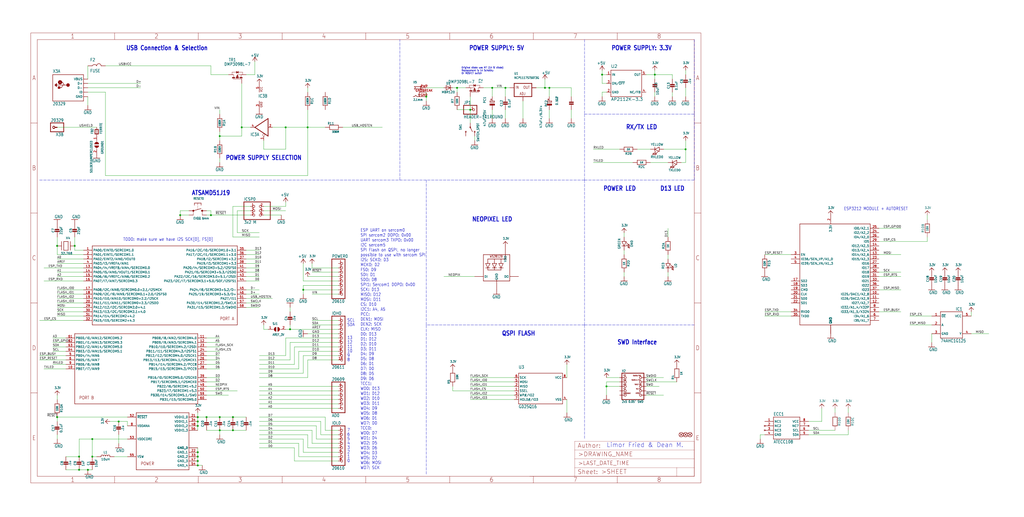
<source format=kicad_sch>
(kicad_sch (version 20211123) (generator eeschema)
  (paper "User" 591.82 299.161)
  (junction (at 114.3 241.3))
  (junction (at 127 78.74))
  (junction (at 50.8 271.78))
  (junction (at 175.26 167.64))
  (junction (at 165.1 73.66))
  (junction (at 53.34 264.16))
  (junction (at 378.46 43.18))
  (junction (at 127 248.92))
  (junction (at 45.72 264.16))
  (junction (at 45.72 271.78))
  (junction (at 114.3 264.16))
  (junction (at 114.3 266.7))
  (junction (at 68.58 243.84))
  (junction (at 53.34 254))
  (junction (at 271.78 63.5))
  (junction (at 119.38 241.3))
  (junction (at 43.18 142.24))
  (junction (at 317.5 50.8))
  (junction (at 114.3 269.24))
  (junction (at 177.8 73.66))
  (junction (at 264.16 50.8))
  (junction (at 134.62 241.3))
  (junction (at 114.3 246.38))
  (junction (at 121.92 124.46))
  (junction (at 127 241.3))
  (junction (at 396.24 86.36))
  (junction (at 134.62 248.92))
  (junction (at 347.98 43.18))
  (junction (at 246.38 55.88))
  (junction (at 114.3 261.62))
  (junction (at 33.02 142.24))
  (junction (at 114.3 243.84))
  (junction (at 167.64 190.5))
  (junction (at 139.7 73.66))
  (junction (at 350.52 223.52))
  (junction (at 284.48 50.8))
  (junction (at 292.1 50.8))
  (junction (at 104.14 124.46))
  (junction (at 314.96 50.8))
  (junction (at 33.02 241.3))
  (wire (pts (xy 165.1 116.84) (xy 165.1 119.38)))
  (wire (pts (xy 53.34 254) (xy 53.34 264.16)))
  (wire (pts (xy 149.86 233.68) (xy 195.58 233.68)))
  (wire (pts (xy 109.22 124.46) (xy 104.14 124.46)))
  (wire (pts (xy 60.96 38.1) (xy 121.92 38.1)))
  (wire (pts (xy 114.3 246.38) (xy 114.3 243.84)))
  (wire (pts (xy 127 248.92) (xy 134.62 248.92)))
  (wire (pts (xy 33.02 147.32) (xy 33.02 142.24)))
  (wire (pts (xy 73.66 254) (xy 53.34 254)))
  (wire (pts (xy 195.58 256.54) (xy 180.34 256.54)))
  (wire (pts (xy 33.02 243.84) (xy 33.02 241.3)))
  (wire (pts (xy 467.36 243.84) (xy 474.98 243.84)))
  (wire (pts (xy 182.88 246.38) (xy 182.88 254)))
  (wire (pts (xy 396.24 93.98) (xy 396.24 86.36)))
  (polyline (pts (xy 246.38 274.32) (xy 246.38 187.96)))
  (wire (pts (xy 175.26 165.1) (xy 175.26 167.64)))
  (wire (pts (xy 63.5 243.84) (xy 68.58 243.84)))
  (wire (pts (xy 68.58 243.84) (xy 73.66 243.84)))
  (wire (pts (xy 195.58 160.02) (xy 177.8 160.02)))
  (wire (pts (xy 271.78 63.5) (xy 264.16 63.5)))
  (wire (pts (xy 119.38 195.58) (xy 127 195.58)))
  (wire (pts (xy 147.32 43.18) (xy 147.32 35.56)))
  (wire (pts (xy 149.86 218.44) (xy 177.8 218.44)))
  (wire (pts (xy 43.18 137.16) (xy 43.18 142.24)))
  (wire (pts (xy 195.58 205.74) (xy 175.26 205.74)))
  (wire (pts (xy 48.26 170.18) (xy 33.02 170.18)))
  (wire (pts (xy 185.42 251.46) (xy 185.42 243.84)))
  (wire (pts (xy 396.24 43.18) (xy 396.24 40.64)))
  (wire (pts (xy 137.16 134.62) (xy 149.86 134.62)))
  (wire (pts (xy 180.34 170.18) (xy 195.58 170.18)))
  (wire (pts (xy 127 66.04) (xy 127 63.5)))
  (wire (pts (xy 142.24 154.94) (xy 149.86 154.94)))
  (wire (pts (xy 157.48 73.66) (xy 165.1 73.66)))
  (wire (pts (xy 127 78.74) (xy 127 76.2)))
  (wire (pts (xy 358.14 86.36) (xy 342.9 86.36)))
  (wire (pts (xy 48.26 185.42) (xy 22.86 185.42)))
  (wire (pts (xy 474.98 236.22) (xy 474.98 243.84)))
  (wire (pts (xy 292.1 63.5) (xy 292.1 68.58)))
  (wire (pts (xy 508 157.48) (xy 520.7 157.48)))
  (wire (pts (xy 119.38 218.44) (xy 127 218.44)))
  (polyline (pts (xy 246.38 104.14) (xy 231.14 104.14)))
  (wire (pts (xy 246.38 53.34) (xy 246.38 55.88)))
  (wire (pts (xy 180.34 154.94) (xy 195.58 154.94)))
  (wire (pts (xy 60.96 53.34) (xy 60.96 101.6)))
  (wire (pts (xy 347.98 43.18) (xy 350.52 43.18)))
  (wire (pts (xy 457.2 180.34) (xy 441.96 180.34)))
  (wire (pts (xy 347.98 53.34) (xy 347.98 55.88)))
  (wire (pts (xy 149.86 251.46) (xy 177.8 251.46)))
  (wire (pts (xy 45.72 254) (xy 45.72 264.16)))
  (wire (pts (xy 302.26 68.58) (xy 302.26 58.42)))
  (wire (pts (xy 119.38 205.74) (xy 127 205.74)))
  (wire (pts (xy 50.8 38.1) (xy 50.8 45.72)))
  (wire (pts (xy 373.38 228.6) (xy 383.54 228.6)))
  (wire (pts (xy 261.62 223.52) (xy 261.62 226.06)))
  (wire (pts (xy 48.26 162.56) (xy 25.4 162.56)))
  (wire (pts (xy 33.02 73.66) (xy 55.88 73.66)))
  (wire (pts (xy 172.72 203.2) (xy 195.58 203.2)))
  (wire (pts (xy 292.1 50.8) (xy 284.48 50.8)))
  (wire (pts (xy 373.38 43.18) (xy 378.46 43.18)))
  (wire (pts (xy 386.08 132.08) (xy 386.08 137.16)))
  (wire (pts (xy 508 160.02) (xy 520.7 160.02)))
  (wire (pts (xy 33.02 228.6) (xy 33.02 231.14)))
  (wire (pts (xy 149.86 228.6) (xy 195.58 228.6)))
  (wire (pts (xy 508 180.34) (xy 520.7 180.34)))
  (wire (pts (xy 144.78 121.92) (xy 137.16 121.92)))
  (polyline (pts (xy 401.32 22.86) (xy 401.32 66.04)))
  (wire (pts (xy 114.3 264.16) (xy 114.3 266.7)))
  (wire (pts (xy 142.24 241.3) (xy 134.62 241.3)))
  (wire (pts (xy 373.38 223.52) (xy 381 223.52)))
  (wire (pts (xy 330.2 63.5) (xy 330.2 68.58)))
  (wire (pts (xy 33.02 254) (xy 33.02 251.46)))
  (wire (pts (xy 490.22 236.22) (xy 490.22 238.76)))
  (wire (pts (xy 284.48 55.88) (xy 284.48 50.8)))
  (wire (pts (xy 246.38 50.8) (xy 256.54 50.8)))
  (wire (pts (xy 165.1 86.36) (xy 165.1 73.66)))
  (wire (pts (xy 195.58 236.22) (xy 149.86 236.22)))
  (wire (pts (xy 175.26 215.9) (xy 149.86 215.9)))
  (wire (pts (xy 114.3 266.7) (xy 114.3 269.24)))
  (wire (pts (xy 525.78 187.96) (xy 538.48 187.96)))
  (wire (pts (xy 119.38 203.2) (xy 127 203.2)))
  (wire (pts (xy 396.24 50.8) (xy 396.24 55.88)))
  (wire (pts (xy 48.26 144.78) (xy 43.18 144.78)))
  (wire (pts (xy 378.46 43.18) (xy 388.62 43.18)))
  (wire (pts (xy 393.7 93.98) (xy 396.24 93.98)))
  (wire (pts (xy 187.96 241.3) (xy 187.96 248.92)))
  (wire (pts (xy 490.22 251.46) (xy 490.22 248.92)))
  (wire (pts (xy 114.3 238.76) (xy 114.3 241.3)))
  (wire (pts (xy 142.24 175.26) (xy 149.86 175.26)))
  (wire (pts (xy 127 93.98) (xy 127 91.44)))
  (wire (pts (xy 391.16 220.98) (xy 373.38 220.98)))
  (wire (pts (xy 114.3 243.84) (xy 114.3 241.3)))
  (wire (pts (xy 508 132.08) (xy 520.7 132.08)))
  (wire (pts (xy 119.38 198.12) (xy 127 198.12)))
  (wire (pts (xy 167.64 208.28) (xy 167.64 198.12)))
  (wire (pts (xy 142.24 172.72) (xy 157.48 172.72)))
  (wire (pts (xy 368.3 86.36) (xy 375.92 86.36)))
  (polyline (pts (xy 231.14 104.14) (xy 231.14 22.86)))
  (wire (pts (xy 388.62 53.34) (xy 388.62 55.88)))
  (wire (pts (xy 119.38 121.92) (xy 121.92 121.92)))
  (wire (pts (xy 195.58 231.14) (xy 149.86 231.14)))
  (wire (pts (xy 114.3 248.92) (xy 114.3 246.38)))
  (wire (pts (xy 185.42 243.84) (xy 149.86 243.84)))
  (wire (pts (xy 104.14 121.92) (xy 104.14 124.46)))
  (wire (pts (xy 358.14 218.44) (xy 350.52 218.44)))
  (wire (pts (xy 342.9 93.98) (xy 365.76 93.98)))
  (wire (pts (xy 127 78.74) (xy 139.7 78.74)))
  (wire (pts (xy 388.62 43.18) (xy 388.62 45.72)))
  (wire (pts (xy 177.8 63.5) (xy 177.8 73.66)))
  (wire (pts (xy 271.78 63.5) (xy 271.78 55.88)))
  (wire (pts (xy 535.94 127) (xy 535.94 124.46)))
  (polyline (pts (xy 337.82 66.04) (xy 401.32 66.04)))
  (wire (pts (xy 175.26 167.64) (xy 175.26 170.18)))
  (wire (pts (xy 195.58 261.62) (xy 175.26 261.62)))
  (wire (pts (xy 50.8 48.26) (xy 81.28 48.26)))
  (wire (pts (xy 175.26 261.62) (xy 175.26 254)))
  (wire (pts (xy 271.78 220.98) (xy 297.18 220.98)))
  (wire (pts (xy 297.18 228.6) (xy 271.78 228.6)))
  (wire (pts (xy 134.62 137.16) (xy 149.86 137.16)))
  (wire (pts (xy 177.8 251.46) (xy 177.8 259.08)))
  (wire (pts (xy 50.8 50.8) (xy 81.28 50.8)))
  (wire (pts (xy 172.72 213.36) (xy 172.72 203.2)))
  (wire (pts (xy 177.8 73.66) (xy 187.96 73.66)))
  (wire (pts (xy 127 241.3) (xy 134.62 241.3)))
  (wire (pts (xy 180.34 152.4) (xy 180.34 154.94)))
  (wire (pts (xy 149.86 241.3) (xy 187.96 241.3)))
  (wire (pts (xy 350.52 53.34) (xy 347.98 53.34)))
  (wire (pts (xy 142.24 162.56) (xy 149.86 162.56)))
  (wire (pts (xy 48.26 147.32) (xy 33.02 147.32)))
  (wire (pts (xy 119.38 241.3) (xy 127 241.3)))
  (wire (pts (xy 127 251.46) (xy 127 248.92)))
  (wire (pts (xy 441.96 251.46) (xy 439.42 251.46)))
  (wire (pts (xy 182.88 254) (xy 195.58 254)))
  (wire (pts (xy 38.1 205.74) (xy 22.86 205.74)))
  (wire (pts (xy 187.96 248.92) (xy 195.58 248.92)))
  (wire (pts (xy 154.94 190.5) (xy 152.4 190.5)))
  (wire (pts (xy 195.58 167.64) (xy 175.26 167.64)))
  (wire (pts (xy 375.92 93.98) (xy 386.08 93.98)))
  (wire (pts (xy 68.58 251.46) (xy 68.58 256.54)))
  (wire (pts (xy 119.38 226.06) (xy 137.16 226.06)))
  (wire (pts (xy 144.78 124.46) (xy 121.92 124.46)))
  (wire (pts (xy 119.38 210.82) (xy 127 210.82)))
  (wire (pts (xy 142.24 177.8) (xy 149.86 177.8)))
  (wire (pts (xy 142.24 157.48) (xy 149.86 157.48)))
  (wire (pts (xy 177.8 208.28) (xy 195.58 208.28)))
  (wire (pts (xy 170.18 259.08) (xy 149.86 259.08)))
  (wire (pts (xy 43.18 144.78) (xy 43.18 142.24)))
  (wire (pts (xy 45.72 271.78) (xy 38.1 271.78)))
  (wire (pts (xy 38.1 264.16) (xy 45.72 264.16)))
  (wire (pts (xy 139.7 48.26) (xy 139.7 73.66)))
  (polyline (pts (xy 337.82 22.86) (xy 337.82 66.04)))
  (wire (pts (xy 142.24 152.4) (xy 149.86 152.4)))
  (wire (pts (xy 142.24 160.02) (xy 149.86 160.02)))
  (wire (pts (xy 175.26 254) (xy 149.86 254)))
  (wire (pts (xy 378.46 40.64) (xy 378.46 43.18)))
  (wire (pts (xy 350.52 48.26) (xy 347.98 48.26)))
  (wire (pts (xy 467.36 248.92) (xy 482.6 248.92)))
  (wire (pts (xy 137.16 121.92) (xy 137.16 134.62)))
  (wire (pts (xy 38.1 210.82) (xy 30.48 210.82)))
  (wire (pts (xy 175.26 152.4) (xy 175.26 162.56)))
  (wire (pts (xy 195.58 251.46) (xy 185.42 251.46)))
  (wire (pts (xy 347.98 40.64) (xy 347.98 43.18)))
  (wire (pts (xy 261.62 50.8) (xy 264.16 50.8)))
  (wire (pts (xy 292.1 50.8) (xy 292.1 55.88)))
  (wire (pts (xy 172.72 264.16) (xy 195.58 264.16)))
  (wire (pts (xy 38.1 213.36) (xy 25.4 213.36)))
  (wire (pts (xy 561.34 180.34) (xy 561.34 182.88)))
  (wire (pts (xy 386.08 147.32) (xy 386.08 149.86)))
  (wire (pts (xy 167.64 187.96) (xy 167.64 190.5)))
  (wire (pts (xy 180.34 157.48) (xy 195.58 157.48)))
  (wire (pts (xy 144.78 73.66) (xy 139.7 73.66)))
  (wire (pts (xy 165.1 195.58) (xy 195.58 195.58)))
  (wire (pts (xy 152.4 81.28) (xy 152.4 86.36)))
  (wire (pts (xy 38.1 198.12) (xy 30.48 198.12)))
  (wire (pts (xy 119.38 223.52) (xy 127 223.52)))
  (wire (pts (xy 119.38 228.6) (xy 132.08 228.6)))
  (wire (pts (xy 386.08 160.02) (xy 386.08 157.48)))
  (wire (pts (xy 152.4 86.36) (xy 165.1 86.36)))
  (wire (pts (xy 149.86 246.38) (xy 182.88 246.38)))
  (wire (pts (xy 152.4 121.92) (xy 165.1 121.92)))
  (wire (pts (xy 350.52 223.52) (xy 350.52 228.6)))
  (wire (pts (xy 149.86 256.54) (xy 172.72 256.54)))
  (wire (pts (xy 467.36 251.46) (xy 490.22 251.46)))
  (wire (pts (xy 119.38 248.92) (xy 127 248.92)))
  (wire (pts (xy 134.62 248.92) (xy 142.24 248.92)))
  (wire (pts (xy 48.26 160.02) (xy 33.02 160.02)))
  (wire (pts (xy 317.5 50.8) (xy 330.2 50.8)))
  (wire (pts (xy 508 167.64) (xy 520.7 167.64)))
  (wire (pts (xy 48.26 172.72) (xy 33.02 172.72)))
  (wire (pts (xy 121.92 121.92) (xy 121.92 124.46)))
  (wire (pts (xy 327.66 210.82) (xy 327.66 218.44)))
  (wire (pts (xy 327.66 238.76) (xy 327.66 231.14)))
  (wire (pts (xy 172.72 256.54) (xy 172.72 264.16)))
  (wire (pts (xy 48.26 167.64) (xy 33.02 167.64)))
  (wire (pts (xy 48.26 182.88) (xy 33.02 182.88)))
  (polyline (pts (xy 246.38 187.96) (xy 246.38 104.14)))
  (wire (pts (xy 48.26 180.34) (xy 33.02 180.34)))
  (wire (pts (xy 48.26 154.94) (xy 25.4 154.94)))
  (polyline (pts (xy 337.82 104.14) (xy 246.38 104.14)))
  (wire (pts (xy 73.66 241.3) (xy 33.02 241.3)))
  (wire (pts (xy 195.58 193.04) (xy 177.8 193.04)))
  (wire (pts (xy 38.1 200.66) (xy 30.48 200.66)))
  (wire (pts (xy 165.1 73.66) (xy 177.8 73.66)))
  (wire (pts (xy 48.26 177.8) (xy 33.02 177.8)))
  (wire (pts (xy 297.18 231.14) (xy 271.78 231.14)))
  (wire (pts (xy 165.1 119.38) (xy 152.4 119.38)))
  (wire (pts (xy 114.3 241.3) (xy 119.38 241.3)))
  (wire (pts (xy 48.26 149.86) (xy 33.02 149.86)))
  (wire (pts (xy 167.64 190.5) (xy 165.1 190.5)))
  (wire (pts (xy 73.66 243.84) (xy 73.66 246.38)))
  (wire (pts (xy 139.7 78.74) (xy 139.7 73.66)))
  (wire (pts (xy 535.94 137.16) (xy 535.94 139.7)))
  (wire (pts (xy 246.38 55.88) (xy 246.38 58.42)))
  (wire (pts (xy 121.92 38.1) (xy 121.92 43.18)))
  (wire (pts (xy 48.26 175.26) (xy 33.02 175.26)))
  (wire (pts (xy 317.5 63.5) (xy 317.5 68.58)))
  (wire (pts (xy 383.54 86.36) (xy 396.24 86.36)))
  (wire (pts (xy 114.3 261.62) (xy 114.3 264.16)))
  (wire (pts (xy 195.58 162.56) (xy 175.26 162.56)))
  (wire (pts (xy 175.26 205.74) (xy 175.26 215.9)))
  (wire (pts (xy 48.26 152.4) (xy 33.02 152.4)))
  (wire (pts (xy 373.38 218.44) (xy 383.54 218.44)))
  (wire (pts (xy 119.38 213.36) (xy 127 213.36)))
  (wire (pts (xy 142.24 144.78) (xy 149.86 144.78)))
  (wire (pts (xy 149.86 205.74) (xy 165.1 205.74)))
  (wire (pts (xy 162.56 124.46) (xy 152.4 124.46)))
  (polyline (pts (xy 337.82 187.96) (xy 246.38 187.96)))
  (wire (pts (xy 195.58 200.66) (xy 170.18 200.66)))
  (wire (pts (xy 177.8 101.6) (xy 177.8 73.66)))
  (wire (pts (xy 317.5 50.8) (xy 317.5 55.88)))
  (wire (pts (xy 330.2 50.8) (xy 330.2 55.88)))
  (wire (pts (xy 142.24 170.18) (xy 149.86 170.18)))
  (wire (pts (xy 38.1 195.58) (xy 30.48 195.58)))
  (polyline (pts (xy 337.82 104.14) (xy 337.82 187.96)))
  (wire (pts (xy 48.26 157.48) (xy 33.02 157.48)))
  (wire (pts (xy 261.62 226.06) (xy 297.18 226.06)))
  (wire (pts (xy 358.14 223.52) (xy 350.52 223.52)))
  (wire (pts (xy 195.58 165.1) (xy 175.26 165.1)))
  (wire (pts (xy 360.68 134.62) (xy 360.68 137.16)))
  (wire (pts (xy 378.46 53.34) (xy 378.46 55.88)))
  (wire (pts (xy 195.58 187.96) (xy 180.34 187.96)))
  (wire (pts (xy 508 147.32) (xy 520.7 147.32)))
  (wire (pts (xy 142.24 43.18) (xy 147.32 43.18)))
  (wire (pts (xy 149.86 223.52) (xy 195.58 223.52)))
  (wire (pts (xy 195.58 266.7) (xy 170.18 266.7)))
  (wire (pts (xy 50.8 53.34) (xy 60.96 53.34)))
  (wire (pts (xy 220.98 73.66) (xy 198.12 73.66)))
  (wire (pts (xy 53.34 254) (xy 45.72 254)))
  (wire (pts (xy 119.38 124.46) (xy 121.92 124.46)))
  (wire (pts (xy 53.34 271.78) (xy 50.8 271.78)))
  (wire (pts (xy 439.42 251.46) (xy 439.42 254)))
  (wire (pts (xy 109.22 121.92) (xy 104.14 121.92)))
  (polyline (pts (xy 337.82 187.96) (xy 337.82 254)))
  (wire (pts (xy 170.18 210.82) (xy 149.86 210.82)))
  (wire (pts (xy 508 139.7) (xy 535.94 139.7)))
  (wire (pts (xy 294.64 50.8) (xy 292.1 50.8)))
  (wire (pts (xy 50.8 55.88) (xy 50.8 60.96)))
  (wire (pts (xy 152.4 190.5) (xy 152.4 187.96)))
  (wire (pts (xy 177.8 259.08) (xy 195.58 259.08)))
  (wire (pts (xy 195.58 226.06) (xy 149.86 226.06)))
  (wire (pts (xy 167.64 180.34) (xy 167.64 177.8)))
  (wire (pts (xy 396.24 86.36) (xy 396.24 81.28)))
  (wire (pts (xy 134.62 119.38) (xy 134.62 137.16)))
  (wire (pts (xy 60.96 101.6) (xy 177.8 101.6)))
  (wire (pts (xy 170.18 266.7) (xy 170.18 259.08)))
  (wire (pts (xy 177.8 218.44) (xy 177.8 208.28)))
  (wire (pts (xy 180.34 256.54) (xy 180.34 248.92)))
  (wire (pts (xy 284.48 68.58) (xy 284.48 63.5)))
  (wire (pts (xy 116.84 269.24) (xy 114.3 269.24)))
  (wire (pts (xy 177.8 53.34) (xy 177.8 50.8)))
  (wire (pts (xy 309.88 50.8) (xy 314.96 50.8)))
  (wire (pts (xy 360.68 147.32) (xy 360.68 144.78)))
  (wire (pts (xy 170.18 200.66) (xy 170.18 210.82)))
  (wire (pts (xy 314.96 45.72) (xy 314.96 50.8)))
  (wire (pts (xy 195.58 185.42) (xy 180.34 185.42)))
  (wire (pts (xy 119.38 200.66) (xy 127 200.66)))
  (wire (pts (xy 525.78 182.88) (xy 538.48 182.88)))
  (wire (pts (xy 38.1 203.2) (xy 30.48 203.2)))
  (wire (pts (xy 142.24 147.32) (xy 149.86 147.32)))
  (wire (pts (xy 73.66 264.16) (xy 66.04 264.16)))
  (polyline (pts (xy 401.32 187.96) (xy 337.82 187.96)))
  (wire (pts (xy 180.34 248.92) (xy 149.86 248.92)))
  (wire (pts (xy 144.78 119.38) (xy 134.62 119.38)))
  (wire (pts (xy 121.92 43.18) (xy 132.08 43.18)))
  (wire (pts (xy 360.68 157.48) (xy 360.68 160.02)))
  (wire (pts (xy 195.58 190.5) (xy 167.64 190.5)))
  (wire (pts (xy 358.14 220.98) (xy 350.52 220.98)))
  (wire (pts (xy 274.32 78.74) (xy 274.32 81.28)))
  (polyline (pts (xy 337.82 66.04) (xy 337.82 104.14)))
  (wire (pts (xy 378.46 43.18) (xy 378.46 45.72)))
  (wire (pts (xy 119.38 220.98) (xy 127 220.98)))
  (wire (pts (xy 457.2 147.32) (xy 441.96 147.32)))
  (wire (pts (xy 119.38 208.28) (xy 127 208.28)))
  (wire (pts (xy 314.96 50.8) (xy 317.5 50.8)))
  (wire (pts (xy 142.24 149.86) (xy 149.86 149.86)))
  (polyline (pts (xy 401.32 66.04) (xy 401.32 104.14)))
  (wire (pts (xy 264.16 50.8) (xy 269.24 50.8)))
  (wire (pts (xy 274.32 160.02) (xy 256.54 160.02)))
  (wire (pts (xy 165.1 205.74) (xy 165.1 195.58)))
  (wire (pts (xy 279.4 50.8) (xy 284.48 50.8)))
  (wire (pts (xy 297.18 223.52) (xy 271.78 223.52)))
  (wire (pts (xy 55.88 264.16) (xy 53.34 264.16)))
  (wire (pts (xy 271.78 63.5) (xy 271.78 71.12)))
  (wire (pts (xy 45.72 271.78) (xy 50.8 271.78)))
  (wire (pts (xy 350.52 220.98) (xy 350.52 223.52)))
  (wire (pts (xy 33.02 142.24) (xy 33.02 137.16)))
  (wire (pts (xy 347.98 48.26) (xy 347.98 43.18)))
  (wire (pts (xy 167.64 198.12) (xy 195.58 198.12)))
  (wire (pts (xy 441.96 182.88) (xy 457.2 182.88)))
  (wire (pts (xy 264.16 53.34) (xy 264.16 50.8)))
  (wire (pts (xy 127 81.28) (xy 127 78.74)))
  (wire (pts (xy 482.6 238.76) (xy 482.6 236.22)))
  (polyline (pts (xy 22.86 104.14) (xy 231.14 104.14)))
  (wire (pts (xy 38.1 208.28) (xy 22.86 208.28)))
  (wire (pts (xy 114.3 259.08) (xy 114.3 261.62)))
  (wire (pts (xy 167.64 208.28) (xy 149.86 208.28)))
  (wire (pts (xy 297.18 218.44) (xy 271.78 218.44)))
  (wire (pts (xy 142.24 167.64) (xy 149.86 167.64)))
  (wire (pts (xy 561.34 193.04) (xy 571.5 193.04)))
  (wire (pts (xy 149.86 213.36) (xy 172.72 213.36)))
  (wire (pts (xy 538.48 193.04) (xy 538.48 198.12)))
  (polyline (pts (xy 337.82 104.14) (xy 401.32 104.14)))
  (text "NEOPIXEL LED" (at 284.48 127 180) (effects (font (size 2.54 2.159) (thickness 0.4318) bold)))
  (text "POWER SUPPLY: 3.3V" (at 370.84 27.94 180) (effects (font (size 2.54 2.159) (thickness 0.4318) bold)))
  (text "12" (at 200.66 198.12 180) (effects (font (size 1.778 1.5113)) (justify left)))
  (text "5" (at 200.66 254 180) (effects (font (size 1.778 1.5113)) (justify left)))
  (text "D13 LED" (at 388.62 109.22 180) (effects (font (size 2.54 2.159) (thickness 0.4318) bold)))
  (text "POWER SUPPLY SELECTION" (at 152.4 91.44 180) (effects (font (size 2.54 2.159) (thickness 0.4318) bold)))
  (text "7" (at 200.66 248.92 180) (effects (font (size 1.778 1.5113)) (justify left)))
  (text "POWER SUPPLY: 5V" (at 287.02 27.94 180) (effects (font (size 2.54 2.159) (thickness 0.4318) bold)))
  (text "Original diode was M7 (1A Si diode)\nReplacement is 1A Schottky\nOr MOSFET switch" (at 266.7 43.18 0) (effects (font (size 1.016 0.8636)) (justify left bottom)))
  (text "10" (at 200.66 203.2 180) (effects (font (size 1.778 1.5113)) (justify left)))
  (text "13" (at 200.66 195.58 180) (effects (font (size 1.778 1.5113)) (justify left)))
  (text "POWER LED" (at 358.14 109.22 180) (effects (font (size 2.54 2.159) (thickness 0.4318) bold)))
  (text "TODO: make sure we have I2S SCK[0], FS[0]" (at 71.12 139.7 180) (effects (font (size 1.778 1.5113)) (justify left bottom)))
  (text "1" (at 200.66 264.16 180) (effects (font (size 1.778 1.5113)) (justify left)))
  (text "ESP UART on sercom0\nSPI sercom2 DOPO: 0x00\nUART sercom3 TXPO: 0x00\nI2C sercom5\nSPI Flash on QSPI, no longer\npossible to use with sercom SPI\nI2S: SCK0: D3\nMCK0: D2\nFS0: D9\nSDI: D1\nSDO: D8\nSPI1: Sercom1 DOPO: 0x00\nSCK: D13\nMISO: D12\nMOSI: D11\nCS: D10\nI2C1: A4, A5\nPCC:\nDEN1: MOSI\nDEN2: SCK\nCLK: MISO\nD0: D13\nD1: D12\nD2: D10\nD3: D11\nD4: D9\nD5: D8\nD6: D1\nD7: D0\nD8: D5\nD9: D6\nTCC1:\nWO0: D13\nWO1: D12\nWO2: D10\nWO3: D11\nWO4: D9\nWO5: D8\nWO6: D1\nWO7: D0\nTCC0:\nWO0: D7\nWO1: D4\nWO2: D5\nWO3: D6\nWO4: D3\nWO5: D2\nWO6: MOSI\nWO7: SCK\n" (at 208.28 271.78 0) (effects (font (size 1.778 1.5113)) (justify left bottom)))
  (text "SWD Interface" (at 368.3 198.12 180) (effects (font (size 2.54 2.159) (thickness 0.4318) bold)))
  (text "QSPI FLASH" (at 299.72 193.04 180) (effects (font (size 2.54 2.159) (thickness 0.4318) bold)))
  (text "11" (at 200.66 200.66 180) (effects (font (size 1.778 1.5113)) (justify left)))
  (text "9" (at 200.66 205.74 180) (effects (font (size 1.778 1.5113)) (justify left)))
  (text "3" (at 200.66 259.08 180) (effects (font (size 1.778 1.5113)) (justify left)))
  (text "USB Connection & Selection" (at 96.52 27.94 180) (effects (font (size 2.54 2.159) (thickness 0.4318) bold)))
  (text "SCL" (at 200.66 185.42 180) (effects (font (size 1.778 1.5113)) (justify left)))
  (text "Limor Fried & Dean M." (at 350.52 259.08 180) (effects (font (size 2.54 2.54)) (justify left bottom)))
  (text "4" (at 200.66 256.54 180) (effects (font (size 1.778 1.5113)) (justify left)))
  (text "RX/TX LED" (at 370.84 73.66 180) (effects (font (size 2.54 2.159) (thickness 0.4318) bold)))
  (text "8" (at 200.66 208.28 180) (effects (font (size 1.778 1.5113)) (justify left)))
  (text "SDA" (at 200.66 187.96 180) (effects (font (size 1.778 1.5113)) (justify left)))
  (text "0" (at 200.66 266.7 180) (effects (font (size 1.778 1.5113)) (justify left)))
  (text "2" (at 200.66 261.62 180) (effects (font (size 1.778 1.5113)) (justify left)))
  (text "6" (at 200.66 251.46 180) (effects (font (size 1.778 1.5113)) (justify left)))
  (text "ATSAMD51J19" (at 121.92 111.76 180) (effects (font (size 2.54 2.159) (thickness 0.4318) bold)))
  (text "ESP3212 MODULE + AUTORESET" (at 487.68 121.92 180) (effects (font (size 1.778 1.5113)) (justify left bottom)))
  (label "D12" (at 154.94 208.28 0) (effects (font (size 1.2446 1.2446))))
  (label "D11" (at 147.32 152.4 0) (effects (font (size 1.2446 1.2446))))
  (label "D13" (at 154.94 205.74 0) (effects (font (size 1.2446 1.2446))))
  (label "RXLED" (at 342.9 86.36 0) (effects (font (size 1.2446 1.2446))))
  (label "ESP_RESET" (at 441.96 147.32 0) (effects (font (size 1.2446 1.2446))))
  (label "ESP_RTS" (at 124.46 226.06 0) (effects (font (size 1.2446 1.2446))))
  (label "SCK" (at 33.02 180.34 0) (effects (font (size 1.2446 1.2446))))
  (label "A0" (at 154.94 236.22 0) (effects (font (size 1.2446 1.2446))))
  (label "ESP_GPIO0" (at 30.48 198.12 0) (effects (font (size 1.2446 1.2446))))
  (label "D10" (at 180.34 203.2 0) (effects (font (size 1.3513 1.3513))))
  (label "FLASH_IO0" (at 33.02 167.64 0) (effects (font (size 1.2446 1.2446))))
  (label "USBVCC" (at 68.58 38.1 0) (effects (font (size 1.2446 1.2446))))
  (label "ESP_BUSY" (at 22.86 205.74 0) (effects (font (size 1.2446 1.2446))))
  (label "SDA" (at 469.9 251.46 0) (effects (font (size 1.2446 1.2446))))
  (label "~{RESET}" (at 33.02 241.3 180) (effects (font (size 1.2446 1.2446))))
  (label "USB_HOSTEN" (at 203.2 73.66 0) (effects (font (size 1.2446 1.2446))))
  (label "D+" (at 144.78 170.18 0) (effects (font (size 1.2446 1.2446))))
  (label "SCL" (at 30.48 203.2 0) (effects (font (size 1.2446 1.2446))))
  (label "FLASH_IO1" (at 271.78 223.52 0) (effects (font (size 1.2446 1.2446))))
  (label "VIN" (at 180.34 170.18 0) (effects (font (size 1.2446 1.2446))))
  (label "SWO" (at 373.38 223.52 0) (effects (font (size 1.2446 1.2446))))
  (label "MOSI" (at 157.48 121.92 0) (effects (font (size 1.3513 1.3513))))
  (label "MISO" (at 139.7 137.16 0) (effects (font (size 1.3513 1.3513))))
  (label "D13" (at 386.08 137.16 90) (effects (font (size 1.2446 1.2446))))
  (label "D12" (at 147.32 147.32 0) (effects (font (size 1.2446 1.2446))))
  (label "ESP_GPIO0" (at 510.54 132.08 0) (effects (font (size 1.2446 1.2446))))
  (label "~{RESET}" (at 124.46 124.46 0) (effects (font (size 1.3513 1.3513))))
  (label "D5" (at 154.94 246.38 0) (effects (font (size 1.2446 1.2446))))
  (label "D9" (at 147.32 154.94 0) (effects (font (size 1.2446 1.2446))))
  (label "SCK" (at 510.54 157.48 0) (effects (font (size 1.2446 1.2446))))
  (label "FLASH_CS" (at 271.78 226.06 0) (effects (font (size 1.2446 1.2446))))
  (label "SWO" (at 124.46 228.6 0) (effects (font (size 1.2446 1.2446))))
  (label "MISO" (at 563.88 193.04 0) (effects (font (size 1.2446 1.2446))))
  (label "D3" (at 154.94 251.46 0) (effects (font (size 1.2446 1.2446))))
  (label "RXLED" (at 30.48 210.82 0) (effects (font (size 1.2446 1.2446))))
  (label "NEOPIX" (at 259.08 160.02 0) (effects (font (size 1.2446 1.2446))))
  (label "ESP_BUSY" (at 510.54 180.34 0) (effects (font (size 1.2446 1.2446))))
  (label "D11" (at 154.94 210.82 0) (effects (font (size 1.2446 1.2446))))
  (label "FLASH_CS" (at 124.46 203.2 0) (effects (font (size 1.2446 1.2446))))
  (label "~{RESET}" (at 180.34 157.48 0) (effects (font (size 1.1735 1.1735))))
  (label "D8" (at 147.32 157.48 0) (effects (font (size 1.2446 1.2446))))
  (label "A5" (at 154.94 223.52 0) (effects (font (size 1.2446 1.2446))))
  (label "A5" (at 124.46 198.12 0) (effects (font (size 1.2446 1.2446))))
  (label "VIN" (at 127 63.5 180) (effects (font (size 1.2446 1.2446))))
  (label "SDA" (at 180.34 187.96 0) (effects (font (size 1.2446 1.2446))))
  (label "ESP_CS" (at 525.78 182.88 0) (effects (font (size 1.2446 1.2446))))
  (label "D4" (at 124.46 208.28 0) (effects (font (size 1.2446 1.2446))))
  (label "A2" (at 154.94 231.14 0) (effects (font (size 1.2446 1.2446))))
  (label "A0" (at 33.02 149.86 0) (effects (font (size 1.2446 1.2446))))
  (label "ESP_RTS" (at 510.54 160.02 0) (effects (font (size 1.2446 1.2446))))
  (label "A1" (at 33.02 157.48 0) (effects (font (size 1.2446 1.2446))))
  (label "ESP_MISO" (at 510.54 167.64 0) (effects (font (size 1.2446 1.2446))))
  (label "ESP_RXD" (at 27.94 162.56 0) (effects (font (size 1.2446 1.2446))))
  (label "D+" (at 78.74 48.26 0) (effects (font (size 1.2446 1.2446))))
  (label "SWDIO" (at 373.38 218.44 0) (effects (font (size 1.2446 1.2446))))
  (label "FLASH_IO1" (at 33.02 170.18 0) (effects (font (size 1.2446 1.2446))))
  (label "ESP_MISO" (at 525.78 187.96 0) (effects (font (size 1.2446 1.2446))))
  (label "SCK" (at 139.7 134.62 0) (effects (font (size 1.3513 1.3513))))
  (label "AREF" (at 180.34 190.5 0) (effects (font (size 1.3513 1.3513))))
  (label "A4" (at 154.94 226.06 0) (effects (font (size 1.2446 1.2446))))
  (label "D7" (at 154.94 241.3 0) (effects (font (size 1.2446 1.2446))))
  (label "A4" (at 124.46 195.58 0) (effects (font (size 1.2446 1.2446))))
  (label "SWCLK" (at 373.38 220.98 0) (effects (font (size 1.2446 1.2446))))
  (label "D6" (at 154.94 243.84 0) (effects (font (size 1.2446 1.2446))))
  (label "D7" (at 124.46 205.74 0) (effects (font (size 1.2446 1.2446))))
  (label "D13" (at 180.34 195.58 0) (effects (font (size 1.3513 1.3513))))
  (label "NEOPIX" (at 124.46 223.52 0) (effects (font (size 1.2446 1.2446))))
  (label "FLASH_IO0" (at 271.78 220.98 0) (effects (font (size 1.2446 1.2446))))
  (label "ESP_RESET" (at 22.86 208.28 0) (effects (font (size 1.2446 1.2446))))
  (label "FLASH_IO3" (at 271.78 231.14 0) (effects (font (size 1.2446 1.2446))))
  (label "MOSI" (at 33.02 177.8 0) (effects (font (size 1.2446 1.2446))))
  (label "D2" (at 124.46 220.98 0) (effects (font (size 1.2446 1.2446))))
  (label "AREF" (at 33.02 152.4 0) (effects (font (size 1.2446 1.2446))))
  (label "MISO" (at 33.02 182.88 0) (effects (font (size 1.2446 1.2446))))
  (label "D11" (at 180.34 200.66 0) (effects (font (size 1.3513 1.3513))))
  (label "TXLED" (at 25.4 213.36 0) (effects (font (size 1.2446 1.2446))))
  (label "ESP_TXD" (at 441.96 180.34 0) (effects (font (size 1.2446 1.2446))))
  (label "ESP_RXD" (at 441.96 182.88 0) (effects (font (size 1.2446 1.2446))))
  (label "D9" (at 180.34 205.74 0) (effects (font (size 1.3513 1.3513))))
  (label "SWDIO" (at 144.78 177.8 0) (effects (font (size 1.2446 1.2446))))
  (label "~{RESET}" (at 373.38 228.6 0) (effects (font (size 1.2446 1.2446))))
  (label "GND" (at 180.34 193.04 0) (effects (font (size 1.3513 1.3513))))
  (label "ESP_CS" (at 25.4 185.42 0) (effects (font (size 1.2446 1.2446))))
  (label "USB_HOSTEN" (at 144.78 172.72 0) (effects (font (size 1.2446 1.2446))))
  (label "D13" (at 147.32 144.78 0) (effects (font (size 1.2446 1.2446))))
  (label "D-" (at 144.78 167.64 0) (effects (font (size 1.2446 1.2446))))
  (label "FLASH_SCK" (at 271.78 218.44 0) (effects (font (size 1.2446 1.2446))))
  (label "FLASH_IO3" (at 33.02 175.26 0) (effects (font (size 1.2446 1.2446))))
  (label "D9" (at 154.94 215.9 0) (effects (font (size 1.2446 1.2446))))
  (label "MOSI" (at 510.54 147.32 0) (effects (font (size 1.2446 1.2446))))
  (label "D4" (at 154.94 248.92 0) (effects (font (size 1.2446 1.2446))))
  (label "D0" (at 154.94 259.08 0) (effects (font (size 1.2446 1.2446))))
  (label "ESP_CS" (at 510.54 139.7 0) (effects (font (size 1.2446 1.2446))))
  (label "TXLED" (at 342.9 93.98 0) (effects (font (size 1.2446 1.2446))))
  (label "D5" (at 124.46 210.82 0) (effects (font (size 1.2446 1.2446))))
  (label "D-" (at 78.74 50.8 0) (effects (font (size 1.2446 1.2446))))
  (label "D8" (at 180.34 208.28 0) (effects (font (size 1.3513 1.3513))))
  (label "D1" (at 154.94 256.54 0) (effects (font (size 1.2446 1.2446))))
  (label "D1" (at 147.32 160.02 0) (effects (font (size 1.2446 1.2446))))
  (label "FLASH_SCK" (at 124.46 200.66 0) (effects (font (size 1.2446 1.2446))))
  (label "ESP_TXD" (at 27.94 154.94 0) (effects (font (size 1.2446 1.2446))))
  (label "SCL" (at 180.34 185.42 0) (effects (font (size 1.2446 1.2446))))
  (label "D0" (at 147.32 162.56 0) (effects (font (size 1.2446 1.2446))))
  (label "VIN" (at 287.02 50.8 0) (effects (font (size 1.2446 1.2446))))
  (label "SCL" (at 469.9 248.92 0) (effects (font (size 1.2446 1.2446))))
  (label "A3" (at 30.48 195.58 0) (effects (font (size 1.2446 1.2446))))
  (label "FLASH_IO2" (at 33.02 172.72 0) (effects (font (size 1.2446 1.2446))))
  (label "D6" (at 124.46 213.36 0) (effects (font (size 1.2446 1.2446))))
  (label "USHIELD" (at 45.72 73.66 0) (effects (font (size 1.2446 1.2446))))
  (label "A2" (at 33.02 160.02 0) (effects (font (size 1.2446 1.2446))))
  (label "A1" (at 154.94 233.68 0) (effects (font (size 1.2446 1.2446))))
  (label "SWCLK" (at 144.78 175.26 0) (effects (font (size 1.2446 1.2446))))
  (label "D2" (at 154.94 254 0) (effects (font (size 1.2446 1.2446))))
  (label "D10" (at 154.94 213.36 0) (effects (font (size 1.2446 1.2446))))
  (label "D3" (at 124.46 218.44 0) (effects (font (size 1.2446 1.2446))))
  (label "D12" (at 180.34 198.12 0) (effects (font (size 1.3513 1.3513))))
  (label "SDA" (at 30.48 200.66 0) (effects (font (size 1.2446 1.2446))))
  (label "D8" (at 154.94 218.44 0) (effects (font (size 1.2446 1.2446))))
  (label "A3" (at 154.94 228.6 0) (effects (font (size 1.2446 1.2446))))
  (label "FLASH_IO2" (at 271.78 228.6 0) (effects (font (size 1.2446 1.2446))))
  (label "D10" (at 147.32 149.86 0) (effects (font (size 1.2446 1.2446))))
  (symbol (lib_id "eagleSchem-eagle-import:CAP_CERAMIC0603_NO") (at 142.24 243.84 0) (mirror x) (unit 1)
    (property "Reference" "C15" (at 139.95 245.09 90))
    (property "Value" ".1u" (at 144.54 245.09 90))
    (property "Footprint" "eagleSchem:0603-NO" (effects hide))
  )
  (symbol (lib_id "eagleSchem-eagle-import:GND") (at 396.24 58.42 0) (unit 1)
    (property "Reference" "#GND2" (effects hide))
    (property "Value" "GND" (at 393.7 60.96 0) (effects (font (size 1.778 1.5113)) (justify left bottom)))
    (property "Footprint" "eagleSchem:" (effects hide))
  )
  (symbol (lib_id "eagleSchem-eagle-import:FIDUCIAL_1MM") (at 398.78 251.46 0) (unit 1)
    (property "Reference" "FD2" (effects hide))
    (property "Value" "FIDUCIAL_1MM" (effects hide))
    (property "Footprint" "eagleSchem:FIDUCIAL_1MM" (effects hide))
  )
  (symbol (lib_id "eagleSchem-eagle-import:GND") (at 480.06 195.58 0) (unit 1)
    (property "Reference" "#U$51" (effects hide))
    (property "Value" "GND" (at 478.536 198.12 0) (effects (font (size 1.778 1.5113)) (justify left bottom)))
    (property "Footprint" "eagleSchem:" (effects hide))
  )
  (symbol (lib_id "eagleSchem-eagle-import:RESISTOR_4PACK") (at 187.96 58.42 270) (unit 4)
    (property "Reference" "R1" (at 190.5 58.42 0))
    (property "Value" "100K" (at 187.96 58.42 0) (effects (font (size 1.016 1.016) bold)))
    (property "Footprint" "eagleSchem:RESPACK_4X0603" (effects hide))
  )
  (symbol (lib_id "eagleSchem-eagle-import:RESISTOR_4PACK") (at 535.94 132.08 90) (unit 2)
    (property "Reference" "R10" (at 533.4 132.08 0))
    (property "Value" "10K" (at 535.94 132.08 0) (effects (font (size 1.016 1.016) bold)))
    (property "Footprint" "eagleSchem:RESPACK_4X0603" (effects hide))
  )
  (symbol (lib_id "eagleSchem-eagle-import:CAP_CERAMIC0603_NO") (at 68.58 246.38 0) (mirror x) (unit 1)
    (property "Reference" "C16" (at 66.29 247.63 90))
    (property "Value" ".1u" (at 70.88 247.63 90))
    (property "Footprint" "eagleSchem:0603-NO" (effects hide))
  )
  (symbol (lib_id "eagleSchem-eagle-import:3.3V") (at 480.06 121.92 0) (unit 1)
    (property "Reference" "#U$50" (effects hide))
    (property "Value" "3.3V" (at 478.536 120.904 0) (effects (font (size 1.27 1.0795)) (justify left bottom)))
    (property "Footprint" "eagleSchem:" (effects hide))
  )
  (symbol (lib_id "eagleSchem-eagle-import:HEADER-1X10OVALWAVE") (at 198.12 195.58 0) (unit 1)
    (property "Reference" "IOH0" (at 191.77 182.245 0) (effects (font (size 1.778 1.5113)) (justify left bottom)))
    (property "Value" "20611" (at 191.77 213.36 0) (effects (font (size 1.778 1.5113)) (justify left bottom)))
    (property "Footprint" "eagleSchem:1X10_OVALWAVE" (effects hide))
  )
  (symbol (lib_id "eagleSchem-eagle-import:GND") (at 246.38 60.96 0) (unit 1)
    (property "Reference" "#GND19" (effects hide))
    (property "Value" "GND" (at 243.84 63.5 0) (effects (font (size 1.778 1.5113)) (justify left bottom)))
    (property "Footprint" "eagleSchem:" (effects hide))
  )
  (symbol (lib_id "eagleSchem-eagle-import:LED0805_NOOUTLINE") (at 360.68 142.24 270) (unit 1)
    (property "Reference" "ON0" (at 365.125 140.97 0))
    (property "Value" "GREEN" (at 357.886 140.97 0))
    (property "Footprint" "eagleSchem:CHIPLED_0805_NOOUTLINE" (effects hide))
  )
  (symbol (lib_id "eagleSchem-eagle-import:RESISTOR_4PACK") (at 127 71.12 270) (unit 1)
    (property "Reference" "R1" (at 129.54 71.12 0))
    (property "Value" "100K" (at 127 71.12 0) (effects (font (size 1.016 1.016) bold)))
    (property "Footprint" "eagleSchem:RESPACK_4X0603" (effects hide))
  )
  (symbol (lib_id "eagleSchem-eagle-import:PMOSSOT23") (at 274.32 50.8 270) (mirror x) (unit 1)
    (property "Reference" "T2" (at 276.86 48.26 0) (effects (font (size 1.778 1.5113)) (justify left bottom)))
    (property "Value" "DMP3098L-7" (at 274.32 48.26 90) (effects (font (size 1.778 1.5113)) (justify right top)))
    (property "Footprint" "eagleSchem:SOT-23" (effects hide))
  )
  (symbol (lib_id "eagleSchem-eagle-import:FIDUCIAL_1MM") (at 396.24 251.46 0) (unit 1)
    (property "Reference" "FD3" (effects hide))
    (property "Value" "FIDUCIAL_1MM" (effects hide))
    (property "Footprint" "eagleSchem:FIDUCIAL_1MM" (effects hide))
  )
  (symbol (lib_id "eagleSchem-eagle-import:GND") (at 350.52 231.14 0) (unit 1)
    (property "Reference" "#GND3" (effects hide))
    (property "Value" "GND" (at 347.98 233.68 0) (effects (font (size 1.778 1.5113)) (justify left bottom)))
    (property "Footprint" "eagleSchem:" (effects hide))
  )
  (symbol (lib_id "eagleSchem-eagle-import:3.3V") (at 474.98 233.68 0) (unit 1)
    (property "Reference" "#U$37" (effects hide))
    (property "Value" "3.3V" (at 473.456 232.664 0) (effects (font (size 1.27 1.0795)) (justify left bottom)))
    (property "Footprint" "eagleSchem:" (effects hide))
  )
  (symbol (lib_id "eagleSchem-eagle-import:CAP_CERAMIC0603_NO") (at 33.02 246.38 0) (mirror x) (unit 1)
    (property "Reference" "C17" (at 30.73 247.63 90))
    (property "Value" "0.1uF" (at 35.32 247.63 90))
    (property "Footprint" "eagleSchem:0603-NO" (effects hide))
  )
  (symbol (lib_id "eagleSchem-eagle-import:LED0805_NOOUTLINE") (at 388.62 93.98 180) (unit 1)
    (property "Reference" "TXLED0" (at 389.89 98.425 0))
    (property "Value" "YELLOW" (at 389.89 91.186 0))
    (property "Footprint" "eagleSchem:CHIPLED_0805_NOOUTLINE" (effects hide))
  )
  (symbol (lib_id "eagleSchem-eagle-import:DCBARRELPTH") (at 243.84 53.34 0) (unit 1)
    (property "Reference" "X5" (at 238.76 48.26 0) (effects (font (size 1.27 1.0795)) (justify left bottom)))
    (property "Value" "2.1mm" (at 238.76 58.42 0) (effects (font (size 1.27 1.0795)) (justify left bottom)))
    (property "Footprint" "eagleSchem:DCJACK_2MM_PTH" (effects hide))
  )
  (symbol (lib_id "eagleSchem-eagle-import:3.3V") (at 396.24 38.1 0) (unit 1)
    (property "Reference" "#U$9" (effects hide))
    (property "Value" "3.3V" (at 394.716 37.084 0) (effects (font (size 1.27 1.0795)) (justify left bottom)))
    (property "Footprint" "eagleSchem:" (effects hide))
  )
  (symbol (lib_id "eagleSchem-eagle-import:GND") (at 538.48 200.66 0) (unit 1)
    (property "Reference" "#U$23" (effects hide))
    (property "Value" "GND" (at 536.956 203.2 0) (effects (font (size 1.778 1.5113)) (justify left bottom)))
    (property "Footprint" "eagleSchem:" (effects hide))
  )
  (symbol (lib_id "eagleSchem-eagle-import:CAP_CERAMIC0603_NO") (at 38.1 266.7 0) (mirror x) (unit 1)
    (property "Reference" "C8" (at 35.81 267.95 90))
    (property "Value" ".1u" (at 40.4 267.95 90))
    (property "Footprint" "eagleSchem:0603-NO" (effects hide))
  )
  (symbol (lib_id "eagleSchem-eagle-import:SOLDERJUMPERCLOSED") (at 160.02 190.5 0) (unit 1)
    (property "Reference" "SJ1" (at 157.48 187.96 0) (effects (font (size 1.27 1.0795)) (justify left bottom)))
    (property "Value" "AREF_3V" (at 157.48 194.31 0) (effects (font (size 1.27 1.0795)) (justify left bottom)))
    (property "Footprint" "eagleSchem:SOLDERJUMPER_CLOSEDWIRE" (effects hide))
  )
  (symbol (lib_id "eagleSchem-eagle-import:GND") (at 287.02 170.18 0) (unit 1)
    (property "Reference" "#GND15" (effects hide))
    (property "Value" "GND" (at 284.48 172.72 0) (effects (font (size 1.778 1.5113)) (justify left bottom)))
    (property "Footprint" "eagleSchem:" (effects hide))
  )
  (symbol (lib_id "eagleSchem-eagle-import:ATSAMD51J") (at 78.74 162.56 0) (unit 1)
    (property "Reference" "U$1" (effects hide))
    (property "Value" "ATSAMD51J19" (effects hide))
    (property "Footprint" "eagleSchem:PQFN64-1" (effects hide))
  )
  (symbol (lib_id "eagleSchem-eagle-import:GND") (at 149.86 66.04 0) (unit 1)
    (property "Reference" "#GND24" (effects hide))
    (property "Value" "GND" (at 147.32 68.58 0) (effects (font (size 1.778 1.5113)) (justify left bottom)))
    (property "Footprint" "eagleSchem:" (effects hide))
  )
  (symbol (lib_id "eagleSchem-eagle-import:GND") (at 360.68 162.56 0) (unit 1)
    (property "Reference" "#GND14" (effects hide))
    (property "Value" "GND" (at 358.14 165.1 0) (effects (font (size 1.778 1.5113)) (justify left bottom)))
    (property "Footprint" "eagleSchem:" (effects hide))
  )
  (symbol (lib_id "eagleSchem-eagle-import:3.3V") (at 538.48 154.94 0) (unit 1)
    (property "Reference" "#U$30" (effects hide))
    (property "Value" "3.3V" (at 536.956 153.924 0) (effects (font (size 1.27 1.0795)) (justify left bottom)))
    (property "Footprint" "eagleSchem:" (effects hide))
  )
  (symbol (lib_id "eagleSchem-eagle-import:GND") (at 175.26 172.72 0) (unit 1)
    (property "Reference" "#GND5" (effects hide))
    (property "Value" "GND" (at 172.72 175.26 0) (effects (font (size 1.778 1.5113)) (justify left bottom)))
    (property "Footprint" "eagleSchem:" (effects hide))
  )
  (symbol (lib_id "eagleSchem-eagle-import:GND") (at 386.08 162.56 0) (unit 1)
    (property "Reference" "#GND17" (effects hide))
    (property "Value" "GND" (at 383.54 165.1 0) (effects (font (size 1.778 1.5113)) (justify left bottom)))
    (property "Footprint" "eagleSchem:" (effects hide))
  )
  (symbol (lib_id "eagleSchem-eagle-import:CAP_ELECTROLYTICPANASONIC_D") (at 317.5 60.96 0) (unit 1)
    (property "Reference" "PC2" (at 314.96 57.8866 90) (effects (justify right top)))
    (property "Value" "47uF+/6.3V+" (at 311.8866 60.706 90) (effects (justify right top)))
    (property "Footprint" "eagleSchem:PANASONIC_D" (effects hide))
  )
  (symbol (lib_id "eagleSchem-eagle-import:XTAL-3.2X1.5") (at 38.1 142.24 0) (mirror y) (unit 1)
    (property "Reference" "X4" (at 40.64 138.43 0) (effects (justify left bottom)))
    (property "Value" "32.768" (at 41.91 147.32 0) (effects (justify left bottom)))
    (property "Footprint" "eagleSchem:XTAL3215" (effects hide))
  )
  (symbol (lib_id "eagleSchem-eagle-import:3.3V") (at 561.34 177.8 0) (unit 1)
    (property "Reference" "#U$52" (effects hide))
    (property "Value" "3.3V" (at 559.816 176.784 0) (effects (font (size 1.27 1.0795)) (justify left bottom)))
    (property "Footprint" "eagleSchem:" (effects hide))
  )
  (symbol (lib_id "eagleSchem-eagle-import:HEADER-1X6OVALWAVE") (at 198.12 228.6 0) (mirror x) (unit 1)
    (property "Reference" "AD0" (at 191.77 239.395 0) (effects (font (size 1.778 1.5113)) (justify left bottom)))
    (property "Value" "20609" (at 191.77 218.44 0) (effects (font (size 1.778 1.5113)) (justify left bottom)))
    (property "Footprint" "eagleSchem:1X06_OVALWAVE" (effects hide))
  )
  (symbol (lib_id "eagleSchem-eagle-import:3.3V") (at 261.62 210.82 0) (unit 1)
    (property "Reference" "#U$28" (effects hide))
    (property "Value" "3.3V" (at 260.096 209.804 0) (effects (font (size 1.27 1.0795)) (justify left bottom)))
    (property "Footprint" "eagleSchem:" (effects hide))
  )
  (symbol (lib_id "eagleSchem-eagle-import:RESISTOR_0603_NOOUT") (at 391.16 215.9 90) (unit 1)
    (property "Reference" "R4" (at 389.6614 219.71 0) (effects (justify left bottom)))
    (property "Value" "1K" (at 394.462 217.17 0) (effects (font (size 1.016 1.016) bold) (justify left bottom)))
    (property "Footprint" "eagleSchem:0603-NO" (effects hide))
  )
  (symbol (lib_id "eagleSchem-eagle-import:3.3V") (at 350.52 215.9 0) (unit 1)
    (property "Reference" "#U$4" (effects hide))
    (property "Value" "3.3V" (at 348.996 214.884 0) (effects (font (size 1.27 1.0795)) (justify left bottom)))
    (property "Footprint" "eagleSchem:" (effects hide))
  )
  (symbol (lib_id "eagleSchem-eagle-import:WS2812B3535") (at 287.02 157.48 0) (unit 1)
    (property "Reference" "LED1" (effects hide))
    (property "Value" "WS2812B3535" (effects hide))
    (property "Footprint" "eagleSchem:LED3535" (effects hide))
  )
  (symbol (lib_id "eagleSchem-eagle-import:3.3V") (at 482.6 233.68 0) (unit 1)
    (property "Reference" "#U$36" (effects hide))
    (property "Value" "3.3V" (at 481.076 232.664 0) (effects (font (size 1.27 1.0795)) (justify left bottom)))
    (property "Footprint" "eagleSchem:" (effects hide))
  )
  (symbol (lib_id "eagleSchem-eagle-import:SOLDERJUMPERCLOSED") (at 55.88 83.82 270) (unit 1)
    (property "Reference" "GROUND1" (at 58.42 81.28 0) (effects (font (size 1.27 1.0795)) (justify left bottom)))
    (property "Value" "SOLDERJUMPERCLOSED" (at 52.07 81.28 0) (effects (font (size 1.27 1.0795)) (justify left bottom)))
    (property "Footprint" "eagleSchem:SOLDERJUMPER_CLOSEDWIRE" (effects hide))
  )
  (symbol (lib_id "eagleSchem-eagle-import:GND") (at 546.1 167.64 0) (unit 1)
    (property "Reference" "#U$33" (effects hide))
    (property "Value" "GND" (at 544.576 170.18 0) (effects (font (size 1.778 1.5113)) (justify left bottom)))
    (property "Footprint" "eagleSchem:" (effects hide))
  )
  (symbol (lib_id "eagleSchem-eagle-import:ESP32_WROOM32") (at 480.06 165.1 0) (unit 1)
    (property "Reference" "X6" (effects hide))
    (property "Value" "ESP32_WROOM32" (effects hide))
    (property "Footprint" "eagleSchem:WROOM32" (effects hide))
  )
  (symbol (lib_id "eagleSchem-eagle-import:LED0805_NOOUTLINE") (at 378.46 86.36 180) (unit 1)
    (property "Reference" "RXLED0" (at 379.73 90.805 0))
    (property "Value" "YELLOW" (at 379.73 83.566 0))
    (property "Footprint" "eagleSchem:CHIPLED_0805_NOOUTLINE" (effects hide))
  )
  (symbol (lib_id "eagleSchem-eagle-import:+5V") (at 347.98 38.1 0) (unit 1)
    (property "Reference" "#P+13" (effects hide))
    (property "Value" "+5V" (at 349.885 35.56 0) (effects (font (size 1.778 1.5113)) (justify right top)))
    (property "Footprint" "eagleSchem:" (effects hide))
  )
  (symbol (lib_id "eagleSchem-eagle-import:RESISTOR_0603_NOOUT") (at 261.62 218.44 90) (unit 1)
    (property "Reference" "R5" (at 260.1214 222.25 0) (effects (justify left bottom)))
    (property "Value" "10K" (at 264.922 219.71 0) (effects (font (size 1.016 1.016) bold) (justify left bottom)))
    (property "Footprint" "eagleSchem:0603-NO" (effects hide))
  )
  (symbol (lib_id "eagleSchem-eagle-import:LM1117SOT223-REFLOW") (at 302.26 50.8 0) (unit 1)
    (property "Reference" "U1" (at 297.18 43.18 0) (effects (font (size 1.27 1.0795)) (justify left bottom)))
    (property "Value" "NCP1117ST50T3G" (at 297.18 45.72 0) (effects (font (size 1.27 1.0795)) (justify left bottom)))
    (property "Footprint" "eagleSchem:SOT223-R" (effects hide))
  )
  (symbol (lib_id "eagleSchem-eagle-import:3.3V") (at 152.4 185.42 0) (unit 1)
    (property "Reference" "#U$16" (effects hide))
    (property "Value" "3.3V" (at 150.876 184.404 0) (effects (font (size 1.27 1.0795)) (justify left bottom)))
    (property "Footprint" "eagleSchem:" (effects hide))
  )
  (symbol (lib_id "eagleSchem-eagle-import:3.3V") (at 33.02 226.06 0) (unit 1)
    (property "Reference" "#U$15" (effects hide))
    (property "Value" "3.3V" (at 31.496 225.044 0) (effects (font (size 1.27 1.0795)) (justify left bottom)))
    (property "Footprint" "eagleSchem:" (effects hide))
  )
  (symbol (lib_id "eagleSchem-eagle-import:CAP_CERAMIC0805-NOOUTLINE") (at 553.72 162.56 0) (unit 1)
    (property "Reference" "C20" (at 551.43 161.31 90))
    (property "Value" "10uF" (at 556.02 161.31 90))
    (property "Footprint" "eagleSchem:0805-NO" (effects hide))
  )
  (symbol (lib_id "eagleSchem-eagle-import:GND") (at 302.26 71.12 0) (unit 1)
    (property "Reference" "#GND11" (effects hide))
    (property "Value" "GND" (at 299.72 73.66 0) (effects (font (size 1.778 1.5113)) (justify left bottom)))
    (property "Footprint" "eagleSchem:" (effects hide))
  )
  (symbol (lib_id "eagleSchem-eagle-import:CAP_ELECTROLYTICPANASONIC_D") (at 284.48 60.96 0) (unit 1)
    (property "Reference" "PC1" (at 279.4 55.88 90) (effects (justify right top)))
    (property "Value" "47uF/25V" (at 279.4 63.5 90) (effects (justify right top)))
    (property "Footprint" "eagleSchem:PANASONIC_D" (effects hide))
  )
  (symbol (lib_id "eagleSchem-eagle-import:RESISTOR_4PACK") (at 360.68 152.4 270) (unit 4)
    (property "Reference" "R2" (at 363.22 152.4 0))
    (property "Value" "1K" (at 360.68 152.4 0) (effects (font (size 1.016 1.016) bold)))
    (property "Footprint" "eagleSchem:RESPACK_4X0603" (effects hide))
  )
  (symbol (lib_id "eagleSchem-eagle-import:GND") (at 33.02 127 0) (mirror x) (unit 1)
    (property "Reference" "#U$10" (effects hide))
    (property "Value" "GND" (at 31.496 124.46 0) (effects (font (size 1.778 1.5113)) (justify left bottom)))
    (property "Footprint" "eagleSchem:" (effects hide))
  )
  (symbol (lib_id "eagleSchem-eagle-import:GND") (at 378.46 58.42 0) (unit 1)
    (property "Reference" "#GND21" (effects hide))
    (property "Value" "GND" (at 375.92 60.96 0) (effects (font (size 1.778 1.5113)) (justify left bottom)))
    (property "Footprint" "eagleSchem:" (effects hide))
  )
  (symbol (lib_id "eagleSchem-eagle-import:CAP_CERAMIC0805-NOOUTLINE") (at 538.48 162.56 0) (unit 1)
    (property "Reference" "C18" (at 536.19 161.31 90))
    (property "Value" "10uF" (at 540.78 161.31 90))
    (property "Footprint" "eagleSchem:0805-NO" (effects hide))
  )
  (symbol (lib_id "eagleSchem-eagle-import:CAP_CERAMIC0603_NO") (at 127 243.84 0) (mirror x) (unit 1)
    (property "Reference" "C11" (at 124.71 245.09 90))
    (property "Value" ".1u" (at 129.3 245.09 90))
    (property "Footprint" "eagleSchem:0603-NO" (effects hide))
  )
  (symbol (lib_id "eagleSchem-eagle-import:JTAG-CORTEXBOXPOSTS") (at 365.76 223.52 0) (unit 1)
    (property "Reference" "X2" (at 359.41 215.265 0) (effects (font (size 1.27 1.0795)) (justify left bottom)))
    (property "Value" "2x5 0.05\" SWD" (at 359.41 233.045 0) (effects (font (size 1.27 1.0795)) (justify left bottom)))
    (property "Footprint" "eagleSchem:2X05_1.27MM_BOX_POSTS" (effects hide))
  )
  (symbol (lib_id "eagleSchem-eagle-import:3.3V") (at 114.3 236.22 0) (unit 1)
    (property "Reference" "#U$12" (effects hide))
    (property "Value" "3.3V" (at 112.776 235.204 0) (effects (font (size 1.27 1.0795)) (justify left bottom)))
    (property "Footprint" "eagleSchem:" (effects hide))
  )
  (symbol (lib_id "eagleSchem-eagle-import:CAP_CERAMIC0603_NO") (at 167.64 182.88 0) (mirror x) (unit 1)
    (property "Reference" "C4" (at 165.35 184.13 90))
    (property "Value" ".1u" (at 169.94 184.13 90))
    (property "Footprint" "eagleSchem:0603-NO" (effects hide))
  )
  (symbol (lib_id "eagleSchem-eagle-import:GND") (at 127 96.52 0) (unit 1)
    (property "Reference" "#GND23" (effects hide))
    (property "Value" "GND" (at 124.46 99.06 0) (effects (font (size 1.778 1.5113)) (justify left bottom)))
    (property "Footprint" "eagleSchem:" (effects hide))
  )
  (symbol (lib_id "eagleSchem-eagle-import:A3L-LOC-MOD") (at 17.78 279.4 0) (unit 1)
    (property "Reference" "#FRAME1" (effects hide))
    (property "Value" "A3L-LOC-MOD" (effects hide))
    (property "Footprint" "eagleSchem:" (effects hide))
  )
  (symbol (lib_id "eagleSchem-eagle-import:GND") (at 274.32 83.82 0) (unit 1)
    (property "Reference" "#GND27" (effects hide))
    (property "Value" "GND" (at 271.78 86.36 0) (effects (font (size 1.778 1.5113)) (justify left bottom)))
    (property "Footprint" "eagleSchem:" (effects hide))
  )
  (symbol (lib_id "eagleSchem-eagle-import:3.3V") (at 490.22 233.68 0) (unit 1)
    (property "Reference" "#U$38" (effects hide))
    (property "Value" "3.3V" (at 488.696 232.664 0) (effects (font (size 1.27 1.0795)) (justify left bottom)))
    (property "Footprint" "eagleSchem:" (effects hide))
  )
  (symbol (lib_id "eagleSchem-eagle-import:GND") (at 347.98 58.42 0) (unit 1)
    (property "Reference" "#GND4" (effects hide))
    (property "Value" "GND" (at 345.44 60.96 0) (effects (font (size 1.778 1.5113)) (justify left bottom)))
    (property "Footprint" "eagleSchem:" (effects hide))
  )
  (symbol (lib_id "eagleSchem-eagle-import:GND") (at 104.14 127 0) (unit 1)
    (property "Reference" "#GND12" (effects hide))
    (property "Value" "GND" (at 101.6 129.54 0) (effects (font (size 1.778 1.5113)) (justify left bottom)))
    (property "Footprint" "eagleSchem:" (effects hide))
  )
  (symbol (lib_id "eagleSchem-eagle-import:GND") (at 127 254 0) (unit 1)
    (property "Reference" "#U$17" (effects hide))
    (property "Value" "GND" (at 125.476 256.54 0) (effects (font (size 1.778 1.5113)) (justify left bottom)))
    (property "Footprint" "eagleSchem:" (effects hide))
  )
  (symbol (lib_id "eagleSchem-eagle-import:CAP_CERAMIC0603_NO") (at 45.72 269.24 0) (unit 1)
    (property "Reference" "C9" (at 43.43 267.99 90))
    (property "Value" "1uF" (at 48.02 267.99 90))
    (property "Footprint" "eagleSchem:0603-NO" (effects hide))
  )
  (symbol (lib_id "eagleSchem-eagle-import:ATSAMD51J") (at 81.28 208.28 0) (unit 2)
    (property "Reference" "U$1" (effects hide))
    (property "Value" "ATSAMD51J19" (effects hide))
    (property "Footprint" "eagleSchem:PQFN64-1" (effects hide))
  )
  (symbol (lib_id "eagleSchem-eagle-import:RESISTOR_4PACK") (at 482.6 243.84 270) (unit 4)
    (property "Reference" "R10" (at 485.14 243.84 0))
    (property "Value" "10K" (effects hide))
    (property "Footprint" "eagleSchem:RESPACK_4X0603" (effects hide))
  )
  (symbol (lib_id "eagleSchem-eagle-import:GND") (at 43.18 127 0) (mirror x) (unit 1)
    (property "Reference" "#U$5" (effects hide))
    (property "Value" "GND" (at 41.656 124.46 0) (effects (font (size 1.778 1.5113)) (justify left bottom)))
    (property "Footprint" "eagleSchem:" (effects hide))
  )
  (symbol (lib_id "eagleSchem-eagle-import:+5V") (at 147.32 33.02 0) (unit 1)
    (property "Reference" "#P+8" (effects hide))
    (property "Value" "+5V" (at 144.78 33.02 0) (effects (font (size 1.778 1.5113)) (justify left bottom)))
    (property "Footprint" "eagleSchem:" (effects hide))
  )
  (symbol (lib_id "eagleSchem-eagle-import:+5V") (at 165.1 114.3 0) (unit 1)
    (property "Reference" "#P+2" (effects hide))
    (property "Value" "+5V" (at 167.005 111.76 0) (effects (font (size 1.778 1.5113)) (justify right top)))
    (property "Footprint" "eagleSchem:" (effects hide))
  )
  (symbol (lib_id "eagleSchem-eagle-import:INDUCTOR") (at 60.96 264.16 0) (unit 1)
    (property "Reference" "L1" (at 60.96 261.62 0))
    (property "Value" "10uH" (at 60.96 265.7 0))
    (property "Footprint" "eagleSchem:INDUCTOR_1007" (effects hide))
  )
  (symbol (lib_id "eagleSchem-eagle-import:+5V") (at 314.96 43.18 0) (unit 1)
    (property "Reference" "#P+14" (effects hide))
    (property "Value" "+5V" (at 313.055 43.18 0) (effects (font (size 1.778 1.5113)) (justify left bottom)))
    (property "Footprint" "eagleSchem:" (effects hide))
  )
  (symbol (lib_id "eagleSchem-eagle-import:RESISTOR_4PACK") (at 33.02 236.22 270) (unit 1)
    (property "Reference" "R10" (at 35.56 236.22 0))
    (property "Value" "10K" (at 33.02 236.22 0) (effects (font (size 1.016 1.016) bold)))
    (property "Footprint" "eagleSchem:RESPACK_4X0603" (effects hide))
  )
  (symbol (lib_id "eagleSchem-eagle-import:GND") (at 330.2 71.12 0) (unit 1)
    (property "Reference" "#GND7" (effects hide))
    (property "Value" "GND" (at 327.66 73.66 0) (effects (font (size 1.778 1.5113)) (justify left bottom)))
    (property "Footprint" "eagleSchem:" (effects hide))
  )
  (symbol (lib_id "eagleSchem-eagle-import:CAP_CERAMIC0805-NOOUTLINE") (at 546.1 162.56 0) (unit 1)
    (property "Reference" "C19" (at 543.81 161.31 90))
    (property "Value" "10uF" (at 548.4 161.31 90))
    (property "Footprint" "eagleSchem:0805-NO" (effects hide))
  )
  (symbol (lib_id "eagleSchem-eagle-import:74AHC1G125") (at 548.64 187.96 0) (unit 1)
    (property "Reference" "IC1" (at 556.26 177.8 0) (effects (font (size 1.778 1.5113)) (justify right top)))
    (property "Value" "74AHC1G125" (at 543.56 198.12 0) (effects (font (size 1.778 1.5113)) (justify left bottom)))
    (property "Footprint" "eagleSchem:SOT23-5L" (effects hide))
  )
  (symbol (lib_id "eagleSchem-eagle-import:SWITCH_SPDT") (at 271.78 76.2 270) (unit 1)
    (property "Reference" "SW1" (at 265.43 71.755 0) (effects (font (size 1.27 1.0795)) (justify left bottom)))
    (property "Value" "SWITCH_SPDT" (at 275.59 71.12 0) (effects (font (size 1.27 1.0795)) (justify left bottom)))
    (property "Footprint" "eagleSchem:SPDT_SMT_SSSS811101" (effects hide))
  )
  (symbol (lib_id "eagleSchem-eagle-import:GND") (at 116.84 271.78 0) (unit 1)
    (property "Reference" "#U$3" (effects hide))
    (property "Value" "GND" (at 115.316 274.32 0) (effects (font (size 1.778 1.5113)) (justify left bottom)))
    (property "Footprint" "eagleSchem:" (effects hide))
  )
  (symbol (lib_id "eagleSchem-eagle-import:CAP_CERAMIC0603_NO") (at 292.1 60.96 0) (unit 1)
    (property "Reference" "C12" (at 289.81 59.71 90))
    (property "Value" "0.1uF" (at 294.4 59.71 90))
    (property "Footprint" "eagleSchem:0603-NO" (effects hide))
  )
  (symbol (lib_id "eagleSchem-eagle-import:SPIFLASH_8PIN208MIL") (at 312.42 226.06 0) (unit 1)
    (property "Reference" "U3" (at 299.72 213.36 0) (effects (font (size 1.778 1.5113)) (justify left bottom)))
    (property "Value" "GD25Q16" (at 299.72 236.22 0) (effects (font (size 1.778 1.5113)) (justify left bottom)))
    (property "Footprint" "eagleSchem:SOIC8_208MIL" (effects hide))
  )
  (symbol (lib_id "eagleSchem-eagle-import:GND") (at 50.8 63.5 0) (unit 1)
    (property "Reference" "#GND8" (effects hide))
    (property "Value" "GND" (at 48.26 66.04 0) (effects (font (size 1.778 1.5113)) (justify left bottom)))
    (property "Footprint" "eagleSchem:" (effects hide))
  )
  (symbol (lib_id "eagleSchem-eagle-import:GND") (at 68.58 259.08 0) (unit 1)
    (property "Reference" "#U$19" (effects hide))
    (property "Value" "GND" (at 67.056 261.62 0) (effects (font (size 1.778 1.5113)) (justify left bottom)))
    (property "Footprint" "eagleSchem:" (effects hide))
  )
  (symbol (lib_id "eagleSchem-eagle-import:GND") (at 50.8 274.32 0) (unit 1)
    (property "Reference" "#U$6" (effects hide))
    (property "Value" "GND" (at 49.276 276.86 0) (effects (font (size 1.778 1.5113)) (justify left bottom)))
    (property "Footprint" "eagleSchem:" (effects hide))
  )
  (symbol (lib_id "eagleSchem-eagle-import:RESISTOR_4PACK") (at 490.22 243.84 270) (unit 3)
    (property "Reference" "R10" (at 492.76 243.84 0))
    (property "Value" "10K" (at 490.22 243.84 0) (effects (font (size 1.016 1.016) bold)))
    (property "Footprint" "eagleSchem:RESPACK_4X0603" (effects hide))
  )
  (symbol (lib_id "eagleSchem-eagle-import:RESISTOR_4PACK") (at 127 86.36 90) (unit 2)
    (property "Reference" "R1" (at 124.46 86.36 0))
    (property "Value" "100K" (at 127 86.36 0) (effects (font (size 1.016 1.016) bold)))
    (property "Footprint" "eagleSchem:RESPACK_4X0603" (effects hide))
  )
  (symbol (lib_id "eagleSchem-eagle-import:RESISTOR_0603_NOOUT") (at 441.96 152.4 270) (unit 1)
    (property "Reference" "R15" (at 444.5 152.4 0))
    (property "Value" "10K" (at 441.96 152.4 0) (effects (font (size 1.016 1.016) bold)))
    (property "Footprint" "eagleSchem:0603-NO" (effects hide))
  )
  (symbol (lib_id "eagleSchem-eagle-import:3.3V") (at 177.8 48.26 0) (unit 1)
    (property "Reference" "#U$20" (effects hide))
    (property "Value" "3.3V" (at 176.276 47.244 0) (effects (font (size 1.27 1.0795)) (justify left bottom)))
    (property "Footprint" "eagleSchem:" (effects hide))
  )
  (symbol (lib_id "eagleSchem-eagle-import:3.3V") (at 391.16 208.28 0) (unit 1)
    (property "Reference" "#U$24" (effects hide))
    (property "Value" "3.3V" (at 389.636 207.264 0) (effects (font (size 1.27 1.0795)) (justify left bottom)))
    (property "Footprint" "eagleSchem:" (effects hide))
  )
  (symbol (lib_id "eagleSchem-eagle-import:FERRITE-0805NO") (at 55.88 76.2 90) (unit 1)
    (property "Reference" "FB2" (at 53.975 77.47 0) (effects (font (size 1.27 1.0795)) (justify left bottom)))
    (property "Value" "FERRITE" (at 59.055 77.47 0) (effects (font (size 1.27 1.0795)) (justify left bottom)))
    (property "Footprint" "eagleSchem:0805-NO" (effects hide))
  )
  (symbol (lib_id "eagleSchem-eagle-import:LP2985-XXDBVR") (at 360.68 48.26 0) (unit 1)
    (property "Reference" "U2" (at 353.06 39.37 0) (effects (font (size 1.778 1.778)) (justify left bottom)))
    (property "Value" "AP2112K-3.3" (at 353.06 58.42 0) (effects (font (size 1.778 1.778)) (justify left bottom)))
    (property "Footprint" "eagleSchem:SOT23-DBV" (effects hide))
  )
  (symbol (lib_id "eagleSchem-eagle-import:CAP_CERAMIC0603_NO") (at 119.38 243.84 0) (mirror x) (unit 1)
    (property "Reference" "C10" (at 117.09 245.09 90))
    (property "Value" ".1u" (at 121.68 245.09 90))
    (property "Footprint" "eagleSchem:0603-NO" (effects hide))
  )
  (symbol (lib_id "eagleSchem-eagle-import:GND") (at 441.96 160.02 0) (unit 1)
    (property "Reference" "#U$43" (effects hide))
    (property "Value" "GND" (at 440.436 162.56 0) (effects (font (size 1.778 1.5113)) (justify left bottom)))
    (property "Footprint" "eagleSchem:" (effects hide))
  )
  (symbol (lib_id "eagleSchem-eagle-import:LED0805_NOOUTLINE") (at 386.08 154.94 270) (unit 1)
    (property "Reference" "L0" (at 390.525 153.67 0))
    (property "Value" "RED" (at 383.286 153.67 0))
    (property "Footprint" "eagleSchem:CHIPLED_0805_NOOUTLINE" (effects hide))
  )
  (symbol (lib_id "eagleSchem-eagle-import:USB_W_SHIELD_V2") (at 40.64 50.8 0) (unit 1)
    (property "Reference" "X3" (at 30.48 42.164 0) (effects (font (size 1.778 1.5113)) (justify left bottom)))
    (property "Value" "20329" (at 30.48 60.96 0) (effects (font (size 1.778 1.5113)) (justify left bottom)))
    (property "Footprint" "eagleSchem:4UCONN_20329_V2" (effects hide))
  )
  (symbol (lib_id "eagleSchem-eagle-import:3.3V") (at 553.72 154.94 0) (unit 1)
    (property "Reference" "#U$34" (effects hide))
    (property "Value" "3.3V" (at 552.196 153.924 0) (effects (font (size 1.27 1.0795)) (justify left bottom)))
    (property "Footprint" "eagleSchem:" (effects hide))
  )
  (symbol (lib_id "eagleSchem-eagle-import:GND") (at 175.26 193.04 270) (unit 1)
    (property "Reference" "#GND6" (effects hide))
    (property "Value" "GND" (at 172.72 190.5 0) (effects (font (size 1.778 1.5113)) (justify left bottom)))
    (property "Footprint" "eagleSchem:" (effects hide))
  )
  (symbol (lib_id "eagleSchem-eagle-import:GND") (at 55.88 91.44 0) (unit 1)
    (property "Reference" "#GND16" (effects hide))
    (property "Value" "GND" (at 53.34 93.98 0) (effects (font (size 1.778 1.5113)) (justify left bottom)))
    (property "Footprint" "eagleSchem:" (effects hide))
  )
  (symbol (lib_id "eagleSchem-eagle-import:HEADER-1X8OVALWAVE") (at 198.12 259.08 0) (unit 1)
    (property "Reference" "IOL0" (at 191.77 245.745 0) (effects (font (size 1.778 1.5113)) (justify left bottom)))
    (property "Value" "20610" (at 191.77 271.78 0) (effects (font (size 1.778 1.5113)) (justify left bottom)))
    (property "Footprint" "eagleSchem:1X08_OVALWAVE" (effects hide))
  )
  (symbol (lib_id "eagleSchem-eagle-import:741G125DBV") (at 149.86 55.88 0) (unit 2)
    (property "Reference" "IC3" (at 149.225 56.515 0) (effects (font (size 1.778 1.5113)) (justify left bottom)))
    (property "Value" "74LVC1G125D" (effects hide))
    (property "Footprint" "eagleSchem:SOT23-5" (effects hide))
  )
  (symbol (lib_id "eagleSchem-eagle-import:3.3V") (at 60.96 243.84 90) (unit 1)
    (property "Reference" "#U$14" (effects hide))
    (property "Value" "3.3V" (at 59.944 245.364 0) (effects (font (size 1.27 1.0795)) (justify left bottom)))
    (property "Footprint" "eagleSchem:" (effects hide))
  )
  (symbol (lib_id "eagleSchem-eagle-import:SWITCH_TACT_SMT_EVQQ2_SMALL") (at 114.3 121.92 0) (unit 1)
    (property "Reference" "RESET0" (at 111.76 115.57 0) (effects (font (size 1.27 1.0795)) (justify left bottom)))
    (property "Value" "EVQQ 6mm" (at 111.76 127 0) (effects (font (size 1.27 1.0795)) (justify left bottom)))
    (property "Footprint" "eagleSchem:EVQ-Q2_SMALLER" (effects hide))
  )
  (symbol (lib_id "eagleSchem-eagle-import:3.3V") (at 292.1 139.7 0) (unit 1)
    (property "Reference" "#U$29" (effects hide))
    (property "Value" "3.3V" (at 290.576 138.684 0) (effects (font (size 1.27 1.0795)) (justify left bottom)))
    (property "Footprint" "eagleSchem:" (effects hide))
  )
  (symbol (lib_id "eagleSchem-eagle-import:USB_W_SHIELD_V2") (at 30.48 73.66 180) (unit 2)
    (property "Reference" "X3" (at 36.83 76.835 0) (effects (font (size 1.778 1.5113)) (justify left bottom)))
    (property "Value" "20329" (at 36.83 68.58 0) (effects (font (size 1.778 1.5113)) (justify left bottom)))
    (property "Footprint" "eagleSchem:4UCONN_20329_V2" (effects hide))
  )
  (symbol (lib_id "eagleSchem-eagle-import:GND") (at 292.1 71.12 0) (unit 1)
    (property "Reference" "#GND25" (effects hide))
    (property "Value" "GND" (at 289.56 73.66 0) (effects (font (size 1.778 1.5113)) (justify left bottom)))
    (property "Footprint" "eagleSchem:" (effects hide))
  )
  (symbol (lib_id "eagleSchem-eagle-import:3.3V") (at 546.1 154.94 0) (unit 1)
    (property "Reference" "#U$32" (effects hide))
    (property "Value" "3.3V" (at 544.576 153.924 0) (effects (font (size 1.27 1.0795)) (justify left bottom)))
    (property "Footprint" "eagleSchem:" (effects hide))
  )
  (symbol (lib_id "eagleSchem-eagle-import:CAP_CERAMIC0805-NOOUTLINE") (at 330.2 58.42 180) (unit 1)
    (property "Reference" "C2" (at 322.58 58.42 90) (effects (justify right top)))
    (property "Value" "0.1uF" (at 322.58 60.96 90) (effects (justify right top)))
    (property "Footprint" "eagleSchem:0805-NO" (effects hide))
  )
  (symbol (lib_id "eagleSchem-eagle-import:CAP_CERAMIC0603_NO") (at 396.24 45.72 0) (mirror x) (unit 1)
    (property "Reference" "C6" (at 393.95 46.97 90))
    (property "Value" ".1u" (at 398.54 46.97 90))
    (property "Footprint" "eagleSchem:0603-NO" (effects hide))
  )
  (symbol (lib_id "eagleSchem-eagle-import:RESISTOR_4PACK") (at 177.8 58.42 270) (unit 3)
    (property "Reference" "R1" (at 180.34 58.42 0))
    (property "Value" "100K" (at 177.8 58.42 0) (effects (font (size 1.016 1.016) bold)))
    (property "Footprint" "eagleSchem:RESPACK_4X0603" (effects hide))
  )
  (symbol (lib_id "eagleSchem-eagle-import:3.3V") (at 535.94 121.92 0) (unit 1)
    (property "Reference" "#U$11" (effects hide))
    (property "Value" "3.3V" (at 534.416 120.904 0) (effects (font (size 1.27 1.0795)) (justify left bottom)))
    (property "Footprint" "eagleSchem:" (effects hide))
  )
  (symbol (lib_id "eagleSchem-eagle-import:GND") (at 317.5 71.12 0) (unit 1)
    (property "Reference" "#GND10" (effects hide))
    (property "Value" "GND" (at 314.96 73.66 0) (effects (font (size 1.778 1.5113)) (justify left bottom)))
    (property "Footprint" "eagleSchem:" (effects hide))
  )
  (symbol (lib_id "eagleSchem-eagle-import:RESISTOR_4PACK") (at 370.84 93.98 180) (unit 3)
    (property "Reference" "R2" (at 370.84 96.52 0))
    (property "Value" "1K" (at 370.84 93.98 0) (effects (font (size 1.016 1.016) bold)))
    (property "Footprint" "eagleSchem:RESPACK_4X0603" (effects hide))
  )
  (symbol (lib_id "eagleSchem-eagle-import:RESISTOR_4PACK") (at 386.08 142.24 90) (unit 1)
    (property "Reference" "R2" (at 383.54 142.24 0))
    (property "Value" "1K" (at 386.08 142.24 0) (effects (font (size 1.016 1.016) bold)))
    (property "Footprint" "eagleSchem:RESPACK_4X0603" (effects hide))
  )
  (symbol (lib_id "eagleSchem-eagle-import:GND") (at 167.64 175.26 180) (unit 1)
    (property "Reference" "#GND13" (effects hide))
    (property "Value" "GND" (at 170.18 172.72 0) (effects (font (size 1.778 1.5113)) (justify left bottom)))
    (property "Footprint" "eagleSchem:" (effects hide))
  )
  (symbol (lib_id "eagleSchem-eagle-import:GND") (at 162.56 127 0) (unit 1)
    (property "Reference" "#GND1" (effects hide))
    (property "Value" "GND" (at 160.02 129.54 0) (effects (font (size 1.778 1.5113)) (justify left bottom)))
    (property "Footprint" "eagleSchem:" (effects hide))
  )
  (symbol (lib_id "eagleSchem-eagle-import:DIODE-SCHOTTKYSOD-123") (at 259.08 50.8 0) (unit 1)
    (property "Reference" "D1" (at 259.08 48.26 0))
    (property "Value" "MBR120" (at 259.08 53.3 0))
    (property "Footprint" "eagleSchem:SOD-123" (effects hide))
  )
  (symbol (lib_id "eagleSchem-eagle-import:HEADER-2X3") (at 149.86 121.92 0) (unit 1)
    (property "Reference" "ICSP0" (at 140.97 116.205 0) (effects (font (size 1.778 1.5113)) (justify left bottom)))
    (property "Value" "3x2 M" (at 140.97 129.54 0) (effects (font (size 1.778 1.5113)) (justify left bottom)))
    (property "Footprint" "eagleSchem:2X03_ROUND_70MIL" (effects hide))
  )
  (symbol (lib_id "eagleSchem-eagle-import:0297_PMV48XP") (at 137.16 43.18 90) (unit 1)
    (property "Reference" "TR1" (at 132.08 35.56 90) (effects (font (size 1.778 1.5113)) (justify right top)))
    (property "Value" "DMP3098L-7" (at 129.54 38.1 90) (effects (font (size 1.778 1.5113)) (justify right top)))
    (property "Footprint" "eagleSchem:SOT-23" (effects hide))
  )
  (symbol (lib_id "eagleSchem-eagle-import:HEADER-1X8OVALWAVE") (at 198.12 162.56 0) (unit 1)
    (property "Reference" "POWER0" (at 191.77 149.225 0) (effects (font (size 1.778 1.5113)) (justify left bottom)))
    (property "Value" "20610" (at 191.77 175.26 0) (effects (font (size 1.778 1.5113)) (justify left bottom)))
    (property "Footprint" "eagleSchem:1X08_OVALWAVE" (effects hide))
  )
  (symbol (lib_id "eagleSchem-eagle-import:GND") (at 33.02 256.54 0) (unit 1)
    (property "Reference" "#U$22" (effects hide))
    (property "Value" "GND" (at 31.496 259.08 0) (effects (font (size 1.778 1.5113)) (justify left bottom)))
    (property "Footprint" "eagleSchem:" (effects hide))
  )
  (symbol (lib_id "eagleSchem-eagle-import:GND") (at 388.62 58.42 0) (unit 1)
    (property "Reference" "#GND26" (effects hide))
    (property "Value" "GND" (at 386.08 60.96 0) (effects (font (size 1.778 1.5113)) (justify left bottom)))
    (property "Footprint" "eagleSchem:" (effects hide))
  )
  (symbol (lib_id "eagleSchem-eagle-import:ATECC108") (at 454.66 246.38 0) (unit 1)
    (property "Reference" "ECC1" (at 447.04 240.538 0) (effects (font (size 1.778 1.5113)) (justify left bottom)))
    (property "Value" "ATECC108" (at 447.04 256.54 0) (effects (font (size 1.778 1.5113)) (justify left bottom)))
    (property "Footprint" "eagleSchem:SOIC8" (effects hide))
  )
  (symbol (lib_id "eagleSchem-eagle-import:3.3V") (at 360.68 132.08 0) (unit 1)
    (property "Reference" "#U$21" (effects hide))
    (property "Value" "3.3V" (at 359.156 131.064 0) (effects (font (size 1.27 1.0795)) (justify left bottom)))
    (property "Footprint" "eagleSchem:" (effects hide))
  )
  (symbol (lib_id "eagleSchem-eagle-import:HEADER-1X1ROUND") (at 274.32 63.5 0) (unit 1)
    (property "Reference" "JP1" (at 267.97 60.325 0) (effects (font (size 1.778 1.5113)) (justify left bottom)))
    (property "Value" "HEADER-1X1ROUND" (at 267.97 68.58 0) (effects (font (size 1.778 1.5113)) (justify left bottom)))
    (property "Footprint" "eagleSchem:1X01_ROUND" (effects hide))
  )
  (symbol (lib_id "eagleSchem-eagle-import:CAP_CERAMIC0805-NOOUTLINE") (at 53.34 269.24 0) (unit 1)
    (property "Reference" "C1" (at 51.05 267.99 90))
    (property "Value" "10uF" (at 55.64 267.99 90))
    (property "Footprint" "eagleSchem:0805-NO" (effects hide))
  )
  (symbol (lib_id "eagleSchem-eagle-import:3.3V") (at 327.66 208.28 0) (unit 1)
    (property "Reference" "#U$25" (effects hide))
    (property "Value" "3.3V" (at 326.136 207.264 0) (effects (font (size 1.27 1.0795)) (justify left bottom)))
    (property "Footprint" "eagleSchem:" (effects hide))
  )
  (symbol (lib_id "eagleSchem-eagle-import:3.3V") (at 396.24 78.74 0) (unit 1)
    (property "Reference" "#U$18" (effects hide))
    (property "Value" "3.3V" (at 394.716 77.724 0) (effects (font (size 1.27 1.0795)) (justify left bottom)))
    (property "Footprint" "eagleSchem:" (effects hide))
  )
  (symbol (lib_id "eagleSchem-eagle-import:FIDUCIAL_1MM") (at 393.7 251.46 0) (unit 1)
    (property "Reference" "FD1" (effects hide))
    (property "Value" "FIDUCIAL_1MM" (effects hide))
    (property "Footprint" "eagleSchem:FIDUCIAL_1MM" (effects hide))
  )
  (symbol (lib_id "eagleSchem-eagle-import:CAP_CERAMIC0603_NO") (at 43.18 132.08 0) (mirror x) (unit 1)
    (property "Reference" "C5" (at 40.89 133.33 90))
    (property "Value" "22pF" (at 45.48 133.33 90))
    (property "Footprint" "eagleSchem:0603-NO" (effects hide))
  )
  (symbol (lib_id "eagleSchem-eagle-import:CAP_CERAMIC0603_NO") (at 388.62 50.8 0) (unit 1)
    (property "Reference" "C13" (at 386.33 49.55 90))
    (property "Value" "0.1uF" (at 390.92 49.55 90))
    (property "Footprint" "eagleSchem:0603-NO" (effects hide))
  )
  (symbol (lib_id "eagleSchem-eagle-import:3.3V") (at 177.8 157.48 0) (unit 1)
    (property "Reference" "#U$8" (effects hide))
    (property "Value" "3.3V" (at 176.276 156.464 0) (effects (font (size 1.27 1.0795)) (justify left bottom)))
    (property "Footprint" "eagleSchem:" (effects hide))
  )
  (symbol (lib_id "eagleSchem-eagle-import:GND") (at 553.72 167.64 0) (unit 1)
    (property "Reference" "#U$35" (effects hide))
    (property "Value" "GND" (at 552.196 170.18 0) (effects (font (size 1.778 1.5113)) (justify left bottom)))
    (property "Footprint" "eagleSchem:" (effects hide))
  )
  (symbol (lib_id "eagleSchem-eagle-import:3.3V") (at 149.86 45.72 0) (unit 1)
    (property "Reference" "#U$7" (effects hide))
    (property "Value" "3.3V" (at 148.336 44.704 0) (effects (font (size 1.27 1.0795)) (justify left bottom)))
    (property "Footprint" "eagleSchem:" (effects hide))
  )
  (symbol (lib_id "eagleSchem-eagle-import:3.3V") (at 378.46 38.1 0) (unit 1)
    (property "Reference" "#U$2" (effects hide))
    (property "Value" "3.3V" (at 376.936 37.084 0) (effects (font (size 1.27 1.0795)) (justify left bottom)))
    (property "Footprint" "eagleSchem:" (effects hide))
  )
  (symbol (lib_id "eagleSchem-eagle-import:GND") (at 327.66 241.3 0) (unit 1)
    (property "Reference" "#U$26" (effects hide))
    (property "Value" "GND" (at 326.136 243.84 0) (effects (font (size 1.778 1.5113)) (justify left bottom)))
    (property "Footprint" "eagleSchem:" (effects hide))
  )
  (symbol (lib_id "eagleSchem-eagle-import:GND") (at 538.48 167.64 0) (unit 1)
    (property "Reference" "#U$31" (effects hide))
    (property "Value" "GND" (at 536.956 170.18 0) (effects (font (size 1.778 1.5113)) (justify left bottom)))
    (property "Footprint" "eagleSchem:" (effects hide))
  )
  (symbol (lib_id "eagleSchem-eagle-import:RESISTOR_4PACK") (at 363.22 86.36 180) (unit 2)
    (property "Reference" "R2" (at 363.22 88.9 0))
    (property "Value" "1K" (at 363.22 86.36 0) (effects (font (size 1.016 1.016) bold)))
    (property "Footprint" "eagleSchem:RESPACK_4X0603" (effects hide))
  )
  (symbol (lib_id "eagleSchem-eagle-import:CAP_CERAMIC0603_NO") (at 33.02 132.08 0) (mirror x) (unit 1)
    (property "Reference" "C7" (at 30.73 133.33 90))
    (property "Value" "22pF" (at 35.32 133.33 90))
    (property "Footprint" "eagleSchem:0603-NO" (effects hide))
  )
  (symbol (lib_id "eagleSchem-eagle-import:RESISTOR_0603_NOOUT") (at 193.04 73.66 0) (unit 1)
    (property "Reference" "R11" (at 189.23 72.1614 0) (effects (justify left bottom)))
    (property "Value" "330R" (at 191.77 76.962 0) (effects (font (size 1.016 1.016) bold) (justify left bottom)))
    (property "Footprint" "eagleSchem:0603-NO" (effects hide))
  )
  (symbol (lib_id "eagleSchem-eagle-import:RESISTOR_0603_NOOUT") (at 264.16 58.42 90) (unit 1)
    (property "Reference" "R7" (at 261.62 58.42 0))
    (property "Value" "10K" (at 264.16 58.42 0) (effects (font (size 1.016 1.016) bold)))
    (property "Footprint" "eagleSchem:0603-NO" (effects hide))
  )
  (symbol (lib_id "eagleSchem-eagle-import:GND") (at 284.48 71.12 0) (unit 1)
    (property "Reference" "#GND9" (effects hide))
    (property "Value" "GND" (at 281.94 73.66 0) (effects (font (size 1.778 1.5113)) (justify left bottom)))
    (property "Footprint" "eagleSchem:" (effects hide))
  )
  (symbol (lib_id "eagleSchem-eagle-import:741G125DBV") (at 152.4 73.66 180) (unit 1)
    (property "Reference" "IC3" (at 149.86 76.835 0) (effects (font (size 1.778 1.5113)) (justify left bottom)))
    (property "Value" "74LVC1G125D" (effects hide))
    (property "Footprint" "eagleSchem:SOT23-5" (effects hide))
  )
  (symbol (lib_id "eagleSchem-eagle-import:3.3V") (at 180.34 149.86 0) (unit 1)
    (property "Reference" "#U$13" (effects hide))
    (property "Value" "3.3V" (at 178.816 148.844 0) (effects (font (size 1.27 1.0795)) (justify left bottom)))
    (property "Footprint" "eagleSchem:" (effects hide))
  )
  (symbol (lib_id "eagleSchem-eagle-import:PTCFUSE-1206") (at 55.88 40.64 0) (unit 1)
    (property "Reference" "F2" (at 52.07 35.56 0) (effects (font (size 1.778 1.5113)) (justify left bottom)))
    (property "Value" "FUSE" (at 52.07 41.91 0) (effects (font (size 1.778 1.5113)) (justify left bottom)))
    (property "Footprint" "eagleSchem:R1206" (effects hide))
  )
  (symbol (lib_id "eagleSchem-eagle-import:CAP_CERAMIC0603_NO") (at 134.62 243.84 0) (mirror x) (unit 1)
    (property "Reference" "C14" (at 132.33 245.09 90))
    (property "Value" ".1u" (at 136.92 245.09 90))
    (property "Footprint" "eagleSchem:0603-NO" (effects hide))
  )
  (symbol (lib_id "eagleSchem-eagle-import:GND") (at 439.42 256.54 0) (unit 1)
    (property "Reference" "#GND18" (effects hide))
    (property "Value" "GND" (at 436.88 259.08 0) (effects (font (size 1.778 1.5113)) (justify left bottom)))
    (property "Footprint" "eagleSchem:" (effects hide))
  )
  (symbol (lib_id "eagleSchem-eagle-import:CAP_CERAMIC0805-NOOUTLINE") (at 378.46 48.26 0) (mirror x) (unit 1)
    (property "Reference" "C3" (at 379.857 47.625 90) (effects (justify left bottom)))
    (property "Value" "10uF" (at 380.746 50.165 90) (effects (justify left bottom)))
    (property "Footprint" "eagleSchem:0805-NO" (effects hide))
  )
  (symbol (lib_id "eagleSchem-eagle-import:ATSAMD51J") (at 93.98 256.54 0) (unit 3)
    (property "Reference" "U$1" (effects hide))
    (property "Value" "ATSAMD51J19" (effects hide))
    (property "Footprint" "eagleSchem:PQFN64-1" (effects hide))
  )
  (symbol (lib_id "eagleSchem-eagle-import:+5V") (at 175.26 149.86 0) (unit 1)
    (property "Reference" "#P+4" (effects hide))
    (property "Value" "+5V" (at 177.165 147.32 0) (effects (font (size 1.778 1.5113)) (justify right top)))
    (property "Footprint" "eagleSchem:" (effects hide))
  )
)
</source>
